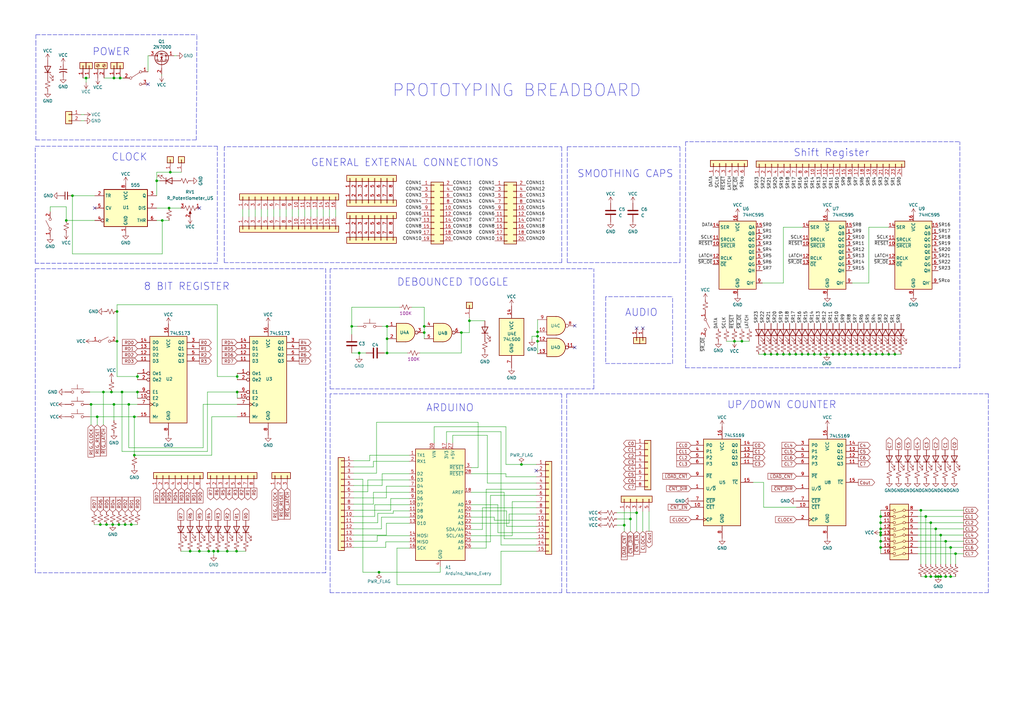
<source format=kicad_sch>
(kicad_sch (version 20211123) (generator eeschema)
  (paper "A3")
  (junction (at 331.47 145.288))
  (junction (at 97.282 154.432))
  (junction (at 147.32 144.78))
  (junction (at 37.338 165.862))
  (junction (at 220.472 137.922))
  (junction (at 158.75 133.858))
  (junction (at 341.63 145.288))
  (junction (at 56.388 154.432))
  (junction (at 389.89 236.474))
  (junction (at 323.85 145.288))
  (junction (at 39.878 170.942))
  (junction (at 389.89 224.536))
  (junction (at 379.73 211.836))
  (junction (at 43.688 215.138))
  (junction (at 220.472 136.144))
  (junction (at 349.25 145.288))
  (junction (at 381.762 236.474))
  (junction (at 144.272 133.858))
  (junction (at 361.188 218.44))
  (junction (at 55.118 170.942))
  (junction (at 55.118 186.69))
  (junction (at 189.23 136.398))
  (junction (at 387.858 221.996))
  (junction (at 364.49 145.288))
  (junction (at 385.826 236.474))
  (junction (at 367.03 145.288))
  (junction (at 158.75 138.938))
  (junction (at 354.33 145.288))
  (junction (at 361.188 216.916))
  (junction (at 87.63 226.06))
  (junction (at 27.178 90.424))
  (junction (at 77.978 226.06))
  (junction (at 383.794 216.916))
  (junction (at 381.762 214.376))
  (junction (at 46.736 32.004))
  (junction (at 351.79 145.288))
  (junction (at 261.112 210.312))
  (junction (at 334.01 145.288))
  (junction (at 56.388 160.782))
  (junction (at 336.55 145.288))
  (junction (at 42.418 160.782))
  (junction (at 52.832 165.862))
  (junction (at 158.75 144.78))
  (junction (at 81.788 226.06))
  (junction (at 48.006 139.954))
  (junction (at 85.598 226.06))
  (junction (at 97.282 160.782))
  (junction (at 377.698 209.296))
  (junction (at 46.228 215.138))
  (junction (at 313.69 145.288))
  (junction (at 64.262 74.168))
  (junction (at 49.276 32.004))
  (junction (at 361.188 224.536))
  (junction (at 304.292 139.954))
  (junction (at 69.85 70.612))
  (junction (at 321.31 145.288))
  (junction (at 328.93 145.288))
  (junction (at 41.148 215.138))
  (junction (at 383.794 236.474))
  (junction (at 93.218 226.06))
  (junction (at 385.826 219.456))
  (junction (at 339.09 145.288))
  (junction (at 361.188 221.996))
  (junction (at 361.188 211.836))
  (junction (at 213.868 190.5))
  (junction (at 344.17 145.288))
  (junction (at 45.72 160.782))
  (junction (at 316.23 145.288))
  (junction (at 89.408 226.06))
  (junction (at 53.848 215.138))
  (junction (at 66.548 90.424))
  (junction (at 35.306 32.004))
  (junction (at 51.308 215.138))
  (junction (at 258.572 212.852))
  (junction (at 48.006 127.762))
  (junction (at 69.342 85.344))
  (junction (at 318.77 145.288))
  (junction (at 361.188 219.456))
  (junction (at 346.71 145.288))
  (junction (at 173.99 136.398))
  (junction (at 256.032 215.392))
  (junction (at 301.244 139.954))
  (junction (at 379.73 236.474))
  (junction (at 155.448 234.696))
  (junction (at 50.038 160.782))
  (junction (at 220.472 139.954))
  (junction (at 29.718 80.264))
  (junction (at 192.532 131.572))
  (junction (at 387.858 236.474))
  (junction (at 326.39 145.288))
  (junction (at 359.41 145.288))
  (junction (at 97.028 226.06))
  (junction (at 391.922 227.076))
  (junction (at 46.736 165.862))
  (junction (at 356.87 145.288))
  (junction (at 361.95 145.288))
  (junction (at 173.99 133.858))
  (junction (at 48.768 215.138))
  (junction (at 384.81 236.474))
  (junction (at 361.188 214.376))
  (no_connect (at 38.862 85.344))
  (no_connect (at 81.788 85.344))
  (no_connect (at 261.112 134.62))
  (no_connect (at 263.652 134.62))
  (no_connect (at 60.706 34.544))
  (no_connect (at 235.712 142.494))
  (no_connect (at 235.712 133.604))
  (no_connect (at 219.964 193.04))
  (wire (pts (xy 60.706 22.86) (xy 61.214 22.86)))
  (wire (pts (xy 27.178 84.836) (xy 27.178 90.424)))
  (wire (pts (xy 51.308 215.138) (xy 53.848 215.138)))
  (polyline (pts (xy 188.722 110.236) (xy 243.586 110.236)))
  (polyline (pts (xy 14.478 107.95) (xy 14.478 59.944)))
  (polyline (pts (xy 405.384 243.078) (xy 232.41 243.078)))
  (wire (pts (xy 46.228 215.138) (xy 48.768 215.138)))
  (wire (pts (xy 311.15 145.288) (xy 313.69 145.288)))
  (wire (pts (xy 97.282 154.432) (xy 97.282 155.702)))
  (wire (pts (xy 150.876 196.85) (xy 150.876 201.676)))
  (wire (pts (xy 168.91 125.984) (xy 173.99 125.984)))
  (wire (pts (xy 39.878 170.942) (xy 55.118 170.942)))
  (wire (pts (xy 356.362 93.218) (xy 364.49 93.218)))
  (polyline (pts (xy 53.086 14.224) (xy 80.772 14.224)))
  (wire (pts (xy 220.472 131.064) (xy 220.472 136.144)))
  (wire (pts (xy 210.058 219.71) (xy 210.058 205.74)))
  (polyline (pts (xy 135.382 159.512) (xy 243.586 159.512)))
  (polyline (pts (xy 165.608 60.198) (xy 230.378 60.198)))
  (wire (pts (xy 199.39 200.66) (xy 219.964 200.66)))
  (polyline (pts (xy 232.664 107.696) (xy 278.892 107.696)))
  (polyline (pts (xy 165.608 60.198) (xy 91.948 60.198)))
  (wire (pts (xy 86.868 170.942) (xy 86.868 186.69)))
  (wire (pts (xy 42.418 160.782) (xy 45.72 160.782)))
  (wire (pts (xy 37.338 165.862) (xy 46.736 165.862)))
  (wire (pts (xy 162.814 239.776) (xy 205.486 239.776)))
  (wire (pts (xy 252.984 210.312) (xy 261.112 210.312)))
  (wire (pts (xy 377.698 236.474) (xy 379.73 236.474)))
  (wire (pts (xy 144.272 133.858) (xy 144.272 137.16)))
  (wire (pts (xy 161.29 209.55) (xy 167.894 209.55)))
  (wire (pts (xy 341.63 145.288) (xy 344.17 145.288)))
  (wire (pts (xy 364.49 145.288) (xy 367.03 145.288)))
  (wire (pts (xy 97.282 153.162) (xy 97.282 154.432)))
  (wire (pts (xy 145.034 188.976) (xy 151.638 188.976)))
  (wire (pts (xy 29.718 80.264) (xy 29.718 104.14)))
  (wire (pts (xy 35.306 33.782) (xy 35.306 32.004)))
  (wire (pts (xy 29.718 80.264) (xy 38.862 80.264)))
  (wire (pts (xy 156.718 199.136) (xy 156.718 194.31)))
  (wire (pts (xy 210.058 205.74) (xy 219.964 205.74)))
  (wire (pts (xy 145.034 194.056) (xy 154.432 194.056)))
  (wire (pts (xy 313.182 208.026) (xy 326.644 208.026)))
  (wire (pts (xy 36.83 160.782) (xy 42.418 160.782)))
  (wire (pts (xy 208.788 214.63) (xy 208.788 210.82)))
  (wire (pts (xy 321.31 116.078) (xy 321.31 93.218)))
  (wire (pts (xy 205.486 226.06) (xy 219.964 226.06)))
  (wire (pts (xy 124.968 88.9) (xy 124.968 85.852)))
  (wire (pts (xy 158.496 219.456) (xy 158.496 214.63)))
  (wire (pts (xy 46.736 165.862) (xy 52.832 165.862)))
  (wire (pts (xy 220.472 136.144) (xy 220.472 137.922)))
  (wire (pts (xy 153.162 189.23) (xy 153.162 191.516)))
  (wire (pts (xy 376.428 219.456) (xy 385.826 219.456)))
  (polyline (pts (xy 343.916 58.166) (xy 281.178 58.166)))
  (polyline (pts (xy 230.378 243.078) (xy 230.378 161.544)))
  (wire (pts (xy 334.01 145.288) (xy 336.55 145.288)))
  (wire (pts (xy 173.99 136.398) (xy 173.99 138.938)))
  (wire (pts (xy 50.038 160.782) (xy 56.388 160.782)))
  (wire (pts (xy 207.518 190.5) (xy 213.868 190.5)))
  (wire (pts (xy 41.148 215.138) (xy 43.688 215.138)))
  (wire (pts (xy 385.826 236.474) (xy 387.858 236.474)))
  (polyline (pts (xy 14.732 14.224) (xy 14.732 17.018)))
  (wire (pts (xy 144.272 133.858) (xy 146.558 133.858)))
  (polyline (pts (xy 14.478 234.95) (xy 14.478 110.236)))
  (wire (pts (xy 163.83 125.984) (xy 144.272 125.984)))
  (wire (pts (xy 172.212 144.78) (xy 189.23 144.78)))
  (wire (pts (xy 356.87 145.288) (xy 359.41 145.288)))
  (wire (pts (xy 158.496 214.63) (xy 167.894 214.63)))
  (wire (pts (xy 206.756 201.93) (xy 193.294 201.93)))
  (wire (pts (xy 87.63 227.584) (xy 87.63 226.06)))
  (wire (pts (xy 160.274 204.47) (xy 167.894 204.47)))
  (wire (pts (xy 48.006 124.968) (xy 48.006 127.762)))
  (wire (pts (xy 199.898 198.12) (xy 199.898 178.562)))
  (polyline (pts (xy 278.892 107.696) (xy 278.892 60.198)))
  (wire (pts (xy 361.188 214.376) (xy 361.188 216.916)))
  (wire (pts (xy 144.272 144.78) (xy 147.32 144.78)))
  (wire (pts (xy 39.878 170.942) (xy 39.878 174.244)))
  (wire (pts (xy 156.718 194.31) (xy 167.894 194.31)))
  (wire (pts (xy 83.312 165.862) (xy 83.312 183.642)))
  (wire (pts (xy 55.118 186.69) (xy 86.868 186.69)))
  (wire (pts (xy 356.362 116.078) (xy 356.362 93.218)))
  (wire (pts (xy 160.274 209.296) (xy 160.274 204.47)))
  (wire (pts (xy 158.242 224.536) (xy 158.242 222.25)))
  (wire (pts (xy 258.572 212.852) (xy 258.572 217.932)))
  (wire (pts (xy 154.94 210.566) (xy 161.29 210.566)))
  (wire (pts (xy 361.188 219.456) (xy 361.188 221.996)))
  (wire (pts (xy 52.832 183.642) (xy 52.832 165.862)))
  (wire (pts (xy 344.17 145.288) (xy 346.71 145.288)))
  (wire (pts (xy 33.274 49.53) (xy 34.544 49.53)))
  (wire (pts (xy 154.432 173.228) (xy 196.088 173.228)))
  (polyline (pts (xy 262.636 121.666) (xy 248.412 121.666)))
  (wire (pts (xy 387.858 221.996) (xy 387.858 231.394)))
  (wire (pts (xy 167.894 207.01) (xy 153.67 207.01)))
  (wire (pts (xy 127.508 88.9) (xy 127.508 85.852)))
  (wire (pts (xy 381.762 236.474) (xy 383.794 236.474)))
  (wire (pts (xy 66.548 104.14) (xy 29.718 104.14)))
  (wire (pts (xy 205.486 177.038) (xy 205.486 223.52)))
  (wire (pts (xy 206.756 220.98) (xy 206.756 201.93)))
  (wire (pts (xy 381.762 214.376) (xy 381.762 231.394)))
  (wire (pts (xy 85.598 226.06) (xy 81.788 226.06)))
  (wire (pts (xy 145.034 204.216) (xy 158.496 204.216)))
  (polyline (pts (xy 135.382 161.544) (xy 135.382 243.078)))
  (wire (pts (xy 189.23 136.398) (xy 192.532 136.398)))
  (wire (pts (xy 202.692 212.09) (xy 193.294 212.09)))
  (wire (pts (xy 69.85 70.612) (xy 64.262 70.612)))
  (wire (pts (xy 156.464 212.09) (xy 156.464 216.916)))
  (wire (pts (xy 207.518 175.006) (xy 207.518 190.5)))
  (wire (pts (xy 135.128 88.9) (xy 135.128 85.852)))
  (wire (pts (xy 153.162 201.93) (xy 153.162 206.756)))
  (wire (pts (xy 66.548 90.424) (xy 66.548 104.14)))
  (wire (pts (xy 20.574 84.836) (xy 20.574 86.868)))
  (polyline (pts (xy 53.086 14.224) (xy 14.732 14.224)))
  (wire (pts (xy 192.532 131.572) (xy 192.532 136.398)))
  (wire (pts (xy 361.188 218.44) (xy 361.188 219.456)))
  (wire (pts (xy 36.83 165.862) (xy 37.338 165.862)))
  (wire (pts (xy 148.844 196.596) (xy 145.034 196.596)))
  (wire (pts (xy 219.964 213.36) (xy 202.692 213.36)))
  (wire (pts (xy 261.112 209.804) (xy 261.112 210.312)))
  (polyline (pts (xy 230.378 107.696) (xy 230.378 60.198)))
  (wire (pts (xy 60.706 29.464) (xy 60.706 22.86)))
  (polyline (pts (xy 133.604 110.236) (xy 133.604 143.002)))
  (wire (pts (xy 64.262 74.168) (xy 64.262 80.264)))
  (polyline (pts (xy 91.948 107.696) (xy 230.378 107.696)))
  (wire (pts (xy 349.25 145.288) (xy 351.79 145.288)))
  (wire (pts (xy 43.688 215.138) (xy 46.228 215.138)))
  (wire (pts (xy 385.826 219.456) (xy 395.224 219.456)))
  (wire (pts (xy 167.894 189.23) (xy 153.162 189.23)))
  (polyline (pts (xy 232.41 161.544) (xy 405.384 161.544)))
  (wire (pts (xy 313.182 197.866) (xy 313.182 208.026)))
  (polyline (pts (xy 188.722 110.236) (xy 135.382 110.236)))
  (wire (pts (xy 387.858 236.474) (xy 389.89 236.474)))
  (wire (pts (xy 107.188 88.9) (xy 107.188 85.852)))
  (wire (pts (xy 219.964 218.44) (xy 204.216 218.44)))
  (wire (pts (xy 102.108 88.9) (xy 102.108 85.852)))
  (wire (pts (xy 158.496 204.216) (xy 158.496 199.39)))
  (wire (pts (xy 66.294 30.48) (xy 66.294 30.988)))
  (wire (pts (xy 147.32 144.78) (xy 150.114 144.78)))
  (wire (pts (xy 189.23 144.78) (xy 189.23 136.398)))
  (wire (pts (xy 89.408 226.06) (xy 93.218 226.06)))
  (wire (pts (xy 158.496 199.39) (xy 167.894 199.39)))
  (wire (pts (xy 381.762 214.376) (xy 395.224 214.376)))
  (wire (pts (xy 318.77 145.288) (xy 321.31 145.288)))
  (polyline (pts (xy 232.664 60.198) (xy 232.664 107.696)))
  (wire (pts (xy 167.894 219.71) (xy 154.686 219.71)))
  (wire (pts (xy 87.63 226.06) (xy 89.408 226.06)))
  (polyline (pts (xy 393.7 150.876) (xy 393.7 58.166)))
  (wire (pts (xy 81.788 226.06) (xy 77.978 226.06)))
  (wire (pts (xy 361.95 145.288) (xy 364.49 145.288)))
  (wire (pts (xy 252.984 212.852) (xy 258.572 212.852)))
  (wire (pts (xy 154.94 214.376) (xy 154.94 210.566)))
  (wire (pts (xy 49.276 32.004) (xy 50.546 32.004)))
  (wire (pts (xy 122.428 88.9) (xy 122.428 85.852)))
  (wire (pts (xy 252.984 215.392) (xy 256.032 215.392)))
  (polyline (pts (xy 133.604 143.002) (xy 133.604 234.95)))
  (wire (pts (xy 312.674 116.078) (xy 321.31 116.078)))
  (wire (pts (xy 207.518 194.31) (xy 207.518 195.58)))
  (wire (pts (xy 218.186 137.922) (xy 218.186 139.192)))
  (polyline (pts (xy 14.732 57.404) (xy 80.518 57.404)))
  (wire (pts (xy 109.728 88.9) (xy 109.728 85.852)))
  (wire (pts (xy 137.668 88.9) (xy 137.668 85.852)))
  (wire (pts (xy 204.216 218.44) (xy 204.216 207.01)))
  (wire (pts (xy 56.388 160.782) (xy 56.388 163.322)))
  (wire (pts (xy 376.428 221.996) (xy 387.858 221.996)))
  (wire (pts (xy 376.428 211.836) (xy 379.73 211.836)))
  (polyline (pts (xy 232.664 60.198) (xy 278.892 60.198)))
  (wire (pts (xy 361.188 224.536) (xy 361.188 227.076)))
  (wire (pts (xy 376.428 224.536) (xy 389.89 224.536)))
  (wire (pts (xy 42.418 160.782) (xy 42.418 174.244)))
  (wire (pts (xy 308.864 197.866) (xy 313.182 197.866)))
  (wire (pts (xy 377.698 209.296) (xy 377.698 231.394)))
  (polyline (pts (xy 188.722 161.544) (xy 135.382 161.544)))
  (polyline (pts (xy 232.41 161.544) (xy 232.41 243.078)))
  (wire (pts (xy 144.272 125.984) (xy 144.272 133.858)))
  (polyline (pts (xy 14.478 59.944) (xy 51.308 59.944)))
  (wire (pts (xy 207.772 215.9) (xy 219.964 215.9)))
  (wire (pts (xy 199.39 224.79) (xy 199.39 200.66)))
  (wire (pts (xy 379.73 236.474) (xy 381.762 236.474)))
  (wire (pts (xy 56.388 154.432) (xy 56.388 155.702)))
  (wire (pts (xy 205.486 223.52) (xy 219.964 223.52)))
  (polyline (pts (xy 281.178 58.166) (xy 281.178 150.876)))
  (wire (pts (xy 145.034 209.296) (xy 160.274 209.296)))
  (wire (pts (xy 69.342 85.344) (xy 74.168 85.344)))
  (wire (pts (xy 361.188 211.836) (xy 361.188 214.376)))
  (wire (pts (xy 361.188 221.996) (xy 361.188 224.536)))
  (wire (pts (xy 33.274 46.99) (xy 34.544 46.99)))
  (wire (pts (xy 45.72 160.782) (xy 50.038 160.782)))
  (wire (pts (xy 256.032 209.804) (xy 256.032 215.392)))
  (polyline (pts (xy 262.382 121.666) (xy 275.844 121.666)))
  (wire (pts (xy 158.75 133.858) (xy 158.75 138.938)))
  (wire (pts (xy 148.844 234.696) (xy 148.844 196.596)))
  (wire (pts (xy 213.868 190.5) (xy 219.964 190.5)))
  (wire (pts (xy 321.31 93.218) (xy 329.184 93.218)))
  (wire (pts (xy 83.312 165.862) (xy 97.282 165.862)))
  (wire (pts (xy 261.112 210.312) (xy 261.112 217.932)))
  (wire (pts (xy 48.006 139.954) (xy 48.006 154.432)))
  (wire (pts (xy 99.568 88.9) (xy 99.568 85.852)))
  (wire (pts (xy 379.73 231.394) (xy 379.73 211.836)))
  (wire (pts (xy 178.054 175.006) (xy 178.054 181.61)))
  (wire (pts (xy 219.964 208.28) (xy 197.866 208.28)))
  (wire (pts (xy 193.294 219.71) (xy 210.058 219.71)))
  (wire (pts (xy 46.736 32.004) (xy 49.276 32.004)))
  (wire (pts (xy 74.422 70.612) (xy 69.85 70.612)))
  (wire (pts (xy 196.088 191.77) (xy 193.294 191.77)))
  (wire (pts (xy 197.866 217.17) (xy 193.294 217.17)))
  (wire (pts (xy 66.548 90.424) (xy 69.342 90.424)))
  (wire (pts (xy 384.81 236.474) (xy 385.826 236.474)))
  (wire (pts (xy 377.698 209.296) (xy 395.224 209.296)))
  (wire (pts (xy 167.894 201.93) (xy 153.162 201.93)))
  (wire (pts (xy 85.09 185.166) (xy 85.09 160.782)))
  (wire (pts (xy 56.388 153.162) (xy 56.388 154.432)))
  (wire (pts (xy 183.134 177.038) (xy 205.486 177.038)))
  (wire (pts (xy 48.006 154.432) (xy 56.388 154.432)))
  (wire (pts (xy 150.876 201.676) (xy 145.034 201.676)))
  (wire (pts (xy 197.866 208.28) (xy 197.866 217.17)))
  (wire (pts (xy 201.168 222.25) (xy 193.294 222.25)))
  (wire (pts (xy 205.486 239.776) (xy 205.486 226.06)))
  (wire (pts (xy 64.262 74.168) (xy 65.532 74.168)))
  (wire (pts (xy 193.294 194.31) (xy 207.518 194.31)))
  (polyline (pts (xy 243.586 159.512) (xy 243.586 110.236)))
  (wire (pts (xy 383.794 216.916) (xy 383.794 231.394)))
  (wire (pts (xy 162.814 224.79) (xy 162.814 239.776)))
  (polyline (pts (xy 91.948 60.198) (xy 91.948 107.696)))
  (polyline (pts (xy 405.384 161.544) (xy 405.384 243.078)))
  (wire (pts (xy 167.894 196.85) (xy 150.876 196.85)))
  (wire (pts (xy 263.652 209.804) (xy 263.652 217.932)))
  (wire (pts (xy 297.942 139.954) (xy 301.244 139.954)))
  (wire (pts (xy 361.188 216.916) (xy 361.188 218.44)))
  (polyline (pts (xy 80.518 57.404) (xy 80.772 14.224)))
  (wire (pts (xy 117.348 88.9) (xy 117.348 85.852)))
  (wire (pts (xy 37.338 165.862) (xy 37.338 174.244)))
  (wire (pts (xy 64.262 90.424) (xy 66.548 90.424)))
  (wire (pts (xy 219.964 220.98) (xy 206.756 220.98)))
  (polyline (pts (xy 248.412 121.666) (xy 248.412 149.098)))
  (wire (pts (xy 145.034 199.136) (xy 156.718 199.136)))
  (wire (pts (xy 77.978 226.06) (xy 74.168 226.06)))
  (wire (pts (xy 38.862 90.424) (xy 27.178 90.424)))
  (wire (pts (xy 158.75 144.78) (xy 167.132 144.78)))
  (wire (pts (xy 258.572 209.804) (xy 258.572 212.852)))
  (wire (pts (xy 326.39 145.288) (xy 328.93 145.288)))
  (wire (pts (xy 145.034 224.536) (xy 158.242 224.536)))
  (wire (pts (xy 376.428 214.376) (xy 381.762 214.376)))
  (wire (pts (xy 219.964 203.2) (xy 201.168 203.2)))
  (wire (pts (xy 167.894 212.09) (xy 156.464 212.09)))
  (wire (pts (xy 313.69 145.288) (xy 316.23 145.288)))
  (wire (pts (xy 383.794 236.474) (xy 384.81 236.474)))
  (wire (pts (xy 336.55 145.288) (xy 339.09 145.288)))
  (wire (pts (xy 173.99 125.984) (xy 173.99 133.858)))
  (wire (pts (xy 185.674 178.562) (xy 185.674 181.61)))
  (wire (pts (xy 316.23 145.288) (xy 318.77 145.288)))
  (wire (pts (xy 71.374 22.86) (xy 72.39 22.86)))
  (wire (pts (xy 48.768 215.138) (xy 51.308 215.138)))
  (wire (pts (xy 389.89 224.536) (xy 395.224 224.536)))
  (wire (pts (xy 379.73 211.836) (xy 395.224 211.836)))
  (polyline (pts (xy 135.382 110.236) (xy 135.382 159.512)))
  (wire (pts (xy 346.71 145.288) (xy 349.25 145.288)))
  (wire (pts (xy 114.808 88.9) (xy 114.808 85.852)))
  (wire (pts (xy 153.67 211.836) (xy 145.034 211.836)))
  (polyline (pts (xy 14.478 110.236) (xy 133.604 110.236)))
  (wire (pts (xy 180.594 234.696) (xy 155.448 234.696)))
  (wire (pts (xy 154.432 194.056) (xy 154.432 173.228)))
  (polyline (pts (xy 343.662 58.166) (xy 393.7 58.166)))
  (wire (pts (xy 154.686 219.71) (xy 154.686 221.996)))
  (wire (pts (xy 202.692 213.36) (xy 202.692 212.09)))
  (wire (pts (xy 196.088 173.228) (xy 196.088 191.77)))
  (wire (pts (xy 321.31 145.288) (xy 323.85 145.288)))
  (polyline (pts (xy 135.382 243.078) (xy 230.378 243.078)))
  (polyline (pts (xy 14.732 17.018) (xy 14.732 57.404)))
  (wire (pts (xy 323.85 145.288) (xy 326.39 145.288)))
  (wire (pts (xy 48.006 127.762) (xy 48.006 139.954)))
  (polyline (pts (xy 133.604 234.95) (xy 14.478 234.95)))
  (wire (pts (xy 119.888 88.9) (xy 119.888 85.852)))
  (wire (pts (xy 207.518 195.58) (xy 219.964 195.58)))
  (wire (pts (xy 153.162 191.516) (xy 145.034 191.516)))
  (wire (pts (xy 361.188 209.296) (xy 361.188 211.836)))
  (polyline (pts (xy 89.154 59.944) (xy 89.154 107.95)))
  (wire (pts (xy 359.41 145.288) (xy 361.95 145.288)))
  (wire (pts (xy 97.282 160.782) (xy 97.282 163.322)))
  (wire (pts (xy 145.034 214.376) (xy 154.94 214.376)))
  (wire (pts (xy 147.32 144.78) (xy 147.32 146.05)))
  (wire (pts (xy 376.428 227.076) (xy 391.922 227.076)))
  (wire (pts (xy 34.036 32.004) (xy 35.306 32.004)))
  (wire (pts (xy 349.504 116.078) (xy 356.362 116.078)))
  (wire (pts (xy 153.162 206.756) (xy 145.034 206.756)))
  (wire (pts (xy 104.648 88.9) (xy 104.648 85.852)))
  (wire (pts (xy 53.848 215.138) (xy 56.388 215.138)))
  (wire (pts (xy 193.294 209.55) (xy 207.772 209.55)))
  (wire (pts (xy 192.532 131.572) (xy 198.882 131.572)))
  (wire (pts (xy 199.898 178.562) (xy 185.674 178.562)))
  (wire (pts (xy 207.772 209.55) (xy 207.772 215.9)))
  (wire (pts (xy 158.75 144.78) (xy 157.734 144.78)))
  (wire (pts (xy 385.826 219.456) (xy 385.826 231.394)))
  (wire (pts (xy 145.034 219.456) (xy 158.496 219.456)))
  (wire (pts (xy 389.89 236.474) (xy 391.922 236.474)))
  (wire (pts (xy 50.038 185.166) (xy 85.09 185.166)))
  (wire (pts (xy 151.638 188.976) (xy 151.638 186.69)))
  (wire (pts (xy 161.29 210.566) (xy 161.29 209.55)))
  (wire (pts (xy 83.312 183.642) (xy 52.832 183.642)))
  (wire (pts (xy 201.168 203.2) (xy 201.168 222.25)))
  (wire (pts (xy 391.922 227.076) (xy 395.224 227.076)))
  (wire (pts (xy 158.75 138.938) (xy 158.75 144.78)))
  (wire (pts (xy 55.118 170.942) (xy 55.118 186.69)))
  (wire (pts (xy 391.922 227.076) (xy 391.922 231.394)))
  (wire (pts (xy 158.242 222.25) (xy 167.894 222.25)))
  (wire (pts (xy 93.218 226.06) (xy 97.028 226.06)))
  (wire (pts (xy 64.262 85.344) (xy 69.342 85.344)))
  (wire (pts (xy 50.038 160.782) (xy 50.038 185.166)))
  (wire (pts (xy 156.718 133.858) (xy 158.75 133.858)))
  (wire (pts (xy 52.832 165.862) (xy 56.388 165.862)))
  (wire (pts (xy 351.79 145.288) (xy 354.33 145.288)))
  (wire (pts (xy 97.028 226.06) (xy 100.838 226.06)))
  (wire (pts (xy 367.03 145.288) (xy 369.57 145.288)))
  (polyline (pts (xy 281.178 150.876) (xy 393.7 150.876)))
  (wire (pts (xy 55.118 170.942) (xy 56.388 170.942)))
  (wire (pts (xy 178.054 175.006) (xy 207.518 175.006)))
  (wire (pts (xy 64.262 70.612) (xy 64.262 74.168)))
  (wire (pts (xy 331.47 145.288) (xy 334.01 145.288)))
  (wire (pts (xy 192.532 130.302) (xy 192.532 131.572)))
  (polyline (pts (xy 248.412 149.098) (xy 275.844 149.098)))
  (wire (pts (xy 204.216 207.01) (xy 193.294 207.01)))
  (wire (pts (xy 301.244 139.954) (xy 304.292 139.954)))
  (wire (pts (xy 89.154 154.432) (xy 97.282 154.432)))
  (wire (pts (xy 220.472 137.922) (xy 218.186 137.922)))
  (wire (pts (xy 86.868 170.942) (xy 97.282 170.942)))
  (wire (pts (xy 27.178 84.836) (xy 20.574 84.836)))
  (wire (pts (xy 38.608 215.138) (xy 41.148 215.138)))
  (wire (pts (xy 132.588 88.9) (xy 132.588 85.852)))
  (wire (pts (xy 130.048 88.9) (xy 130.048 85.852)))
  (wire (pts (xy 173.99 133.858) (xy 173.99 136.398)))
  (wire (pts (xy 85.09 160.782) (xy 97.282 160.782)))
  (wire (pts (xy 208.788 210.82) (xy 219.964 210.82)))
  (wire (pts (xy 167.894 224.79) (xy 162.814 224.79)))
  (wire (pts (xy 87.63 226.06) (xy 85.598 226.06)))
  (wire (pts (xy 180.594 232.41) (xy 180.594 234.696)))
  (wire (pts (xy 256.032 215.392) (xy 256.032 217.932)))
  (wire (pts (xy 339.09 145.288) (xy 341.63 145.288)))
  (polyline (pts (xy 51.054 59.944) (xy 89.154 59.944)))
  (wire (pts (xy 183.134 181.61) (xy 183.134 177.038)))
  (polyline (pts (xy 89.154 107.95) (xy 14.478 107.95)))
  (wire (pts (xy 153.67 207.01) (xy 153.67 211.836)))
  (polyline (pts (xy 188.468 161.544) (xy 230.378 161.544)))
  (wire (pts (xy 193.294 214.63) (xy 208.788 214.63)))
  (wire (pts (xy 36.83 170.942) (xy 39.878 170.942)))
  (wire (pts (xy 151.638 186.69) (xy 167.894 186.69)))
  (wire (pts (xy 328.93 145.288) (xy 331.47 145.288)))
  (wire (pts (xy 376.428 209.296) (xy 377.698 209.296)))
  (wire (pts (xy 156.464 216.916) (xy 145.034 216.916)))
  (polyline (pts (xy 275.844 149.098) (xy 275.844 121.666)))
  (wire (pts (xy 266.192 209.804) (xy 266.192 217.932)))
  (wire (pts (xy 354.33 145.288) (xy 356.87 145.288)))
  (wire (pts (xy 42.672 32.004) (xy 46.736 32.004)))
  (wire (pts (xy 304.292 139.954) (xy 307.34 139.954)))
  (wire (pts (xy 193.294 224.79) (xy 199.39 224.79)))
  (wire (pts (xy 89.154 124.968) (xy 48.006 124.968)))
  (wire (pts (xy 219.964 198.12) (xy 199.898 198.12)))
  (wire (pts (xy 376.428 216.916) (xy 383.794 216.916)))
  (wire (pts (xy 220.472 139.954) (xy 220.472 145.034)))
  (wire (pts (xy 389.89 224.536) (xy 389.89 231.394)))
  (wire (pts (xy 155.448 234.696) (xy 148.844 234.696)))
  (wire (pts (xy 46.736 172.466) (xy 46.736 165.862)))
  (wire (pts (xy 112.268 88.9) (xy 112.268 85.852)))
  (wire (pts (xy 383.794 216.916) (xy 395.224 216.916)))
  (wire (pts (xy 220.472 137.922) (xy 220.472 139.954)))
  (wire (pts (xy 35.306 32.004) (xy 36.576 32.004)))
  (wire (pts (xy 387.858 221.996) (xy 395.224 221.996)))
  (wire (pts (xy 154.686 221.996) (xy 145.034 221.996)))
  (wire (pts (xy 89.154 154.432) (xy 89.154 124.968)))
  (text "CLOCK" (at 45.72 66.294 0) (effects (font (size 3 3)) (justify left bottom)))
  (text "Shift Register" (at 356.616 64.516 180) (effects (font (size 3 3)) (justify right bottom)))
  (text "GENERAL EXTERNAL CONNECTIONS" (at 127.508 68.58 0) (effects (font (size 3 3)) (justify left bottom)))
  (text "PROTOTYPING BREADBOARD" (at 160.782 40.132 0) (effects (font (size 5 5)) (justify left bottom)))
  (text "DEBOUNCED TOGGLE" (at 162.814 117.602 0) (effects (font (size 3 3)) (justify left bottom)))
  (text "ARDUINO" (at 174.752 169.164 0) (effects (font (size 3 3)) (justify left bottom)))
  (text "UP/DOWN COUNTER" (at 298.196 167.894 0) (effects (font (size 3 3)) (justify left bottom)))
  (text "AUDIO" (at 256.286 130.048 0) (effects (font (size 3 3)) (justify left bottom)))
  (text "SMOOTHING CAPS" (at 236.728 73.152 0) (effects (font (size 3 3)) (justify left bottom)))
  (text "POWER" (at 37.846 23.114 0) (effects (font (size 3 3)) (justify left bottom)))
  (text "8 BIT REGISTER" (at 58.928 119.38 0) (effects (font (size 3 3)) (justify left bottom)))
  (label "SR2" (at 364.744 72.39 270))
  (label "CONN6" (at 172.974 88.646 180))
  (label "CONN9" (at 172.974 96.266 180))
  (label "SR21" (at 384.81 105.918 0))
  (label "SR21" (at 316.23 132.588 90))
  (label "SR0" (at 312.674 93.218 0))
  (label "SR14" (at 349.504 108.458 0))
  (label "CONN1" (at 172.974 75.946 180))
  (label "CONN4" (at 202.946 83.566 180))
  (label "SR13" (at 336.804 72.39 270))
  (label "CONN12" (at 215.646 78.486 0))
  (label "SR4" (at 312.674 103.378 0))
  (label "CONN2" (at 202.946 78.486 180))
  (label "CONN2" (at 172.974 78.486 180))
  (label "CONN11" (at 185.674 75.946 0))
  (label "CONN1" (at 202.946 75.946 180))
  (label "SR6" (at 354.584 72.39 270))
  (label "SR3" (at 312.674 100.838 0))
  (label "SRco" (at 384.81 116.078 0))
  (label "SR13" (at 349.504 105.918 0))
  (label "CONN7" (at 172.974 91.186 180))
  (label "CONN5" (at 202.946 86.106 180))
  (label "SR17" (at 384.81 95.758 0))
  (label "SR15" (at 331.47 132.588 90))
  (label "SR4" (at 359.664 72.39 270))
  (label "CONN19" (at 185.674 96.266 0))
  (label "SR15" (at 331.724 72.39 270))
  (label "SR8" (at 349.504 93.218 0))
  (label "LATCH" (at 329.184 105.918 180))
  (label "SR0" (at 369.824 72.39 270))
  (label "SR2" (at 364.49 132.588 90))
  (label "CONN18" (at 215.646 93.726 0))
  (label "SR3" (at 361.95 132.588 90))
  (label "CONN19" (at 215.646 96.266 0))
  (label "SR3" (at 362.204 72.39 270))
  (label "SR15" (at 349.504 110.998 0))
  (label "CONN20" (at 185.674 98.806 0))
  (label "SR17" (at 326.644 72.39 270))
  (label "CONN14" (at 185.674 83.566 0))
  (label "SR20" (at 384.81 103.378 0))
  (label "SR1" (at 367.284 72.39 270))
  (label "SR18" (at 323.85 132.588 90))
  (label "SR18" (at 324.104 72.39 270))
  (label "SCLK" (at 295.148 72.136 270))
  (label "SR1" (at 312.674 95.758 0))
  (label "SR23" (at 311.404 72.39 270))
  (label "SR6" (at 312.674 108.458 0))
  (label "SR19" (at 321.31 132.588 90))
  (label "CONN15" (at 215.646 86.106 0))
  (label "SR12" (at 339.09 132.588 90))
  (label "SR17" (at 326.39 132.588 90))
  (label "CONN13" (at 215.646 81.026 0))
  (label "SR10" (at 344.424 72.39 270))
  (label "~{SR_OE}" (at 292.354 108.458 180))
  (label "CONN11" (at 215.646 75.946 0))
  (label "SR16" (at 329.184 72.39 270))
  (label "LATCH" (at 364.49 105.918 180))
  (label "~{RESET}" (at 329.184 100.838 180))
  (label "CONN9" (at 202.946 96.266 180))
  (label "SR12" (at 339.344 72.39 270))
  (label "LATCH" (at 307.34 134.874 90))
  (label "SCLK" (at 292.354 98.298 180))
  (label "SR23" (at 311.15 132.588 90))
  (label "CONN6" (at 202.946 88.646 180))
  (label "SR0" (at 369.57 132.588 90))
  (label "DATA" (at 294.64 134.874 90))
  (label "SR5" (at 356.87 132.588 90))
  (label "SCLK" (at 297.942 134.874 90))
  (label "SR13" (at 336.55 132.588 90))
  (label "CONN13" (at 185.674 81.026 0))
  (label "CONN10" (at 202.946 98.806 180))
  (label "CONN16" (at 215.646 88.646 0))
  (label "CONN3" (at 172.974 81.026 180))
  (label "CONN10" (at 172.974 98.806 180))
  (label "SR9" (at 346.71 132.588 90))
  (label "SR6" (at 354.33 132.588 90))
  (label "DATA" (at 292.608 72.136 270))
  (label "SR5" (at 312.674 105.918 0))
  (label "SR11" (at 341.63 132.588 90))
  (label "SR14" (at 334.01 132.588 90))
  (label "~{SR_OE}" (at 329.184 108.458 180))
  (label "CONN12" (at 185.674 78.486 0))
  (label "CONN3" (at 202.946 81.026 180))
  (label "SR20" (at 319.024 72.39 270))
  (label "SR11" (at 349.504 100.838 0))
  (label "SRco" (at 305.308 72.136 270))
  (label "SR5" (at 357.124 72.39 270))
  (label "SR1" (at 367.03 132.588 90))
  (label "~{RESET}" (at 297.688 72.136 270))
  (label "LATCH" (at 300.228 72.136 270))
  (label "SR22" (at 313.944 72.39 270))
  (label "SR7" (at 352.044 72.39 270))
  (label "CONN17" (at 185.674 91.186 0))
  (label "CONN4" (at 172.974 83.566 180))
  (label "SR21" (at 316.484 72.39 270))
  (label "SR16" (at 384.81 93.218 0))
  (label "SR8" (at 349.504 72.39 270))
  (label "SR9" (at 349.504 95.758 0))
  (label "SR22" (at 313.69 132.588 90))
  (label "CONN7" (at 202.946 91.186 180))
  (label "CONN5" (at 172.974 86.106 180))
  (label "SR8" (at 349.25 132.588 90))
  (label "CONN8" (at 202.946 93.726 180))
  (label "CONN17" (at 215.646 91.186 0))
  (label "SR7" (at 312.674 110.998 0))
  (label "SR10" (at 349.504 98.298 0))
  (label "CONN20" (at 215.646 98.806 0))
  (label "SR22" (at 384.81 108.458 0))
  (label "SR18" (at 384.81 98.298 0))
  (label "SR14" (at 334.264 72.39 270))
  (label "SR7" (at 351.79 132.588 90))
  (label "SR20" (at 318.77 132.588 90))
  (label "~{SR_OE}" (at 302.768 72.136 270))
  (label "CONN16" (at 185.674 88.646 0))
  (label "SR19" (at 321.564 72.39 270))
  (label "SR10" (at 344.17 132.588 90))
  (label "~{RESET}" (at 292.354 100.838 180))
  (label "CONN14" (at 215.646 83.566 0))
  (label "~{SR_OE}" (at 364.49 108.458 180))
  (label "DATA" (at 292.354 93.218 180))
  (label "CONN18" (at 185.674 93.726 0))
  (label "~{SR_OE}" (at 304.292 134.874 90))
  (label "~{SR_OE}" (at 289.306 138.176 270))
  (label "SR4" (at 359.41 132.588 90))
  (label "SR16" (at 328.93 132.588 90))
  (label "SR23" (at 384.81 110.998 0))
  (label "SR11" (at 341.884 72.39 270))
  (label "SR2" (at 312.674 98.298 0))
  (label "~{RESET}" (at 364.49 100.838 180))
  (label "SR9" (at 346.964 72.39 270))
  (label "SR12" (at 349.504 103.378 0))
  (label "CONN15" (at 185.674 86.106 0))
  (label "LATCH" (at 292.354 105.918 180))
  (label "CONN8" (at 172.974 93.726 180))
  (label "~{RESET}" (at 301.244 134.874 90))
  (label "SCLK" (at 364.49 98.298 180))
  (label "SR19" (at 384.81 100.838 0))
  (label "SCLK" (at 329.184 98.298 180))
  (global_label "R7" (shape output) (at 86.36 200.152 270) (property "Intersheet References" "${INTERSHEET_REFS}" (effects hide)))
  (global_label "REG_RESET" (shape input) (at 39.878 174.244 270) (property "Intersheet References" "${INTERSHEET_REFS}" (effects hide)))
  (global_label "RD7" (shape input) (at 64.262 200.152 270) (property "Intersheet References" "${INTERSHEET_REFS}" (effects hide)))
  (global_label "CL6" (shape input) (at 326.644 187.706 180) (property "Intersheet References" "${INTERSHEET_REFS}" (effects hide)))
  (global_label "RD1" (shape input) (at 79.502 200.152 270) (property "Intersheet References" "${INTERSHEET_REFS}" (effects hide)))
  (global_label "~{CNT_DIR}" (shape input) (at 283.464 200.406 180) (property "Intersheet References" "${INTERSHEET_REFS}" (effects hide)))
  (global_label "C5" (shape output) (at 352.044 185.166 0) (property "Intersheet References" "${INTERSHEET_REFS}" (effects hide)))
  (global_label "C0" (shape output) (at 308.864 182.626 0) (property "Intersheet References" "${INTERSHEET_REFS}" (effects hide)))
  (global_label "CL0" (shape output) (at 395.224 209.296 0) (property "Intersheet References" "${INTERSHEET_REFS}" (effects hide)))
  (global_label "CL5" (shape output) (at 395.224 221.996 0) (property "Intersheet References" "${INTERSHEET_REFS}" (effects hide)))
  (global_label "Cout" (shape output) (at 266.192 217.932 270) (property "Intersheet References" "${INTERSHEET_REFS}" (effects hide)))
  (global_label "R1" (shape output) (at 81.788 143.002 0) (property "Intersheet References" "${INTERSHEET_REFS}" (effects hide)))
  (global_label "C7" (shape output) (at 364.744 184.404 90) (property "Intersheet References" "${INTERSHEET_REFS}" (effects hide)))
  (global_label "CL3" (shape input) (at 283.464 190.246 180) (property "Intersheet References" "${INTERSHEET_REFS}" (effects hide)))
  (global_label "R0" (shape output) (at 81.788 140.462 0) (property "Intersheet References" "${INTERSHEET_REFS}" (effects hide)))
  (global_label "RD7" (shape input) (at 97.282 148.082 180) (property "Intersheet References" "${INTERSHEET_REFS}" (effects hide)))
  (global_label "CL5" (shape input) (at 326.644 185.166 180) (property "Intersheet References" "${INTERSHEET_REFS}" (effects hide)))
  (global_label "~{CNT_DIR}" (shape input) (at 258.572 217.932 270) (property "Intersheet References" "${INTERSHEET_REFS}" (effects hide)))
  (global_label "R7" (shape output) (at 74.168 213.36 90) (property "Intersheet References" "${INTERSHEET_REFS}" (effects hide)))
  (global_label "RD0" (shape input) (at 56.388 210.058 90) (property "Intersheet References" "${INTERSHEET_REFS}" (effects hide)))
  (global_label "R2" (shape output) (at 99.06 200.152 270) (property "Intersheet References" "${INTERSHEET_REFS}" (effects hide)))
  (global_label "RD0" (shape input) (at 56.388 140.462 180) (property "Intersheet References" "${INTERSHEET_REFS}" (effects hide)))
  (global_label "~{LOAD_CNT}" (shape input) (at 256.032 217.932 270) (property "Intersheet References" "${INTERSHEET_REFS}" (effects hide)))
  (global_label "C0" (shape output) (at 260.604 181.864 180) (property "Intersheet References" "${INTERSHEET_REFS}" (effects hide)))
  (global_label "C3" (shape output) (at 308.864 190.246 0) (property "Intersheet References" "${INTERSHEET_REFS}" (effects hide)))
  (global_label "RD6" (shape input) (at 97.282 145.542 180) (property "Intersheet References" "${INTERSHEET_REFS}" (effects hide)))
  (global_label "CLOCK" (shape input) (at 326.644 213.106 180) (property "Intersheet References" "${INTERSHEET_REFS}" (effects hide)))
  (global_label "CL7" (shape input) (at 326.644 190.246 180) (property "Intersheet References" "${INTERSHEET_REFS}" (effects hide)))
  (global_label "CL4" (shape input) (at 326.644 182.626 180) (property "Intersheet References" "${INTERSHEET_REFS}" (effects hide)))
  (global_label "C4" (shape output) (at 352.044 182.626 0) (property "Intersheet References" "${INTERSHEET_REFS}" (effects hide)))
  (global_label "C3" (shape output) (at 379.984 184.404 90) (property "Intersheet References" "${INTERSHEET_REFS}" (effects hide)))
  (global_label "R7" (shape output) (at 122.682 148.082 0) (property "Intersheet References" "${INTERSHEET_REFS}" (effects hide)))
  (global_label "R6" (shape output) (at 77.978 213.36 90) (property "Intersheet References" "${INTERSHEET_REFS}" (effects hide)))
  (global_label "RD2" (shape input) (at 51.308 210.058 90) (property "Intersheet References" "${INTERSHEET_REFS}" (effects hide)))
  (global_label "REG_CLOCK" (shape input) (at 112.776 200.152 270) (property "Intersheet References" "${INTERSHEET_REFS}" (effects hide)))
  (global_label "RD2" (shape input) (at 56.388 145.542 180) (property "Intersheet References" "${INTERSHEET_REFS}" (effects hide)))
  (global_label "R5" (shape output) (at 91.44 200.152 270) (property "Intersheet References" "${INTERSHEET_REFS}" (effects hide)))
  (global_label "CL2" (shape output) (at 395.224 214.376 0) (property "Intersheet References" "${INTERSHEET_REFS}" (effects hide)))
  (global_label "RD4" (shape input) (at 46.228 210.058 90) (property "Intersheet References" "${INTERSHEET_REFS}" (effects hide)))
  (global_label "R6" (shape output) (at 88.9 200.152 270) (property "Intersheet References" "${INTERSHEET_REFS}" (effects hide)))
  (global_label "C2" (shape output) (at 383.794 184.404 90) (property "Intersheet References" "${INTERSHEET_REFS}" (effects hide)))
  (global_label "CL0" (shape input) (at 283.464 182.626 180) (property "Intersheet References" "${INTERSHEET_REFS}" (effects hide)))
  (global_label "RD4" (shape input) (at 97.282 140.462 180) (property "Intersheet References" "${INTERSHEET_REFS}" (effects hide)))
  (global_label "C4" (shape output) (at 260.604 192.024 180) (property "Intersheet References" "${INTERSHEET_REFS}" (effects hide)))
  (global_label "C1" (shape output) (at 387.604 184.404 90) (property "Intersheet References" "${INTERSHEET_REFS}" (effects hide)))
  (global_label "C5" (shape output) (at 260.604 194.564 180) (property "Intersheet References" "${INTERSHEET_REFS}" (effects hide)))
  (global_label "C1" (shape output) (at 308.864 185.166 0) (property "Intersheet References" "${INTERSHEET_REFS}" (effects hide)))
  (global_label "RD5" (shape input) (at 43.688 210.058 90) (property "Intersheet References" "${INTERSHEET_REFS}" (effects hide)))
  (global_label "R1" (shape output) (at 101.6 200.152 270) (property "Intersheet References" "${INTERSHEET_REFS}" (effects hide)))
  (global_label "RD6" (shape input) (at 66.802 200.152 270) (property "Intersheet References" "${INTERSHEET_REFS}" (effects hide)))
  (global_label "CL1" (shape output) (at 395.224 211.836 0) (property "Intersheet References" "${INTERSHEET_REFS}" (effects hide)))
  (global_label "R0" (shape output) (at 100.838 213.36 90) (property "Intersheet References" "${INTERSHEET_REFS}" (effects hide)))
  (global_label "R4" (shape output) (at 85.598 213.36 90) (property "Intersheet References" "${INTERSHEET_REFS}" (effects hide)))
  (global_label "CLOCK" (shape input) (at 263.652 217.932 270) (property "Intersheet References" "${INTERSHEET_REFS}" (effects hide)))
  (global_label "R4" (shape output) (at 93.98 200.152 270) (property "Intersheet References" "${INTERSHEET_REFS}" (effects hide)))
  (global_label "~{CNT_DIR}" (shape input) (at 326.644 200.406 180) (property "Intersheet References" "${INTERSHEET_REFS}" (effects hide)))
  (global_label "C6" (shape output) (at 352.044 187.706 0) (property "Intersheet References" "${INTERSHEET_REFS}" (effects hide)))
  (global_label "~{REG_LATCH}" (shape input) (at 117.856 200.152 270) (property "Intersheet References" "${INTERSHEET_REFS}" (effects hide)))
  (global_label "R3" (shape output) (at 89.408 213.36 90) (property "Intersheet References" "${INTERSHEET_REFS}" (effects hide)))
  (global_label "RD1" (shape input) (at 56.388 143.002 180) (property "Intersheet References" "${INTERSHEET_REFS}" (effects hide)))
  (global_label "C5" (shape output) (at 372.364 184.404 90) (property "Intersheet References" "${INTERSHEET_REFS}" (effects hide)))
  (global_label "~{LOAD_CNT}" (shape input) (at 326.644 195.326 180) (property "Intersheet References" "${INTERSHEET_REFS}" (effects hide)))
  (global_label "~{CNT_EN}" (shape input) (at 261.112 217.932 270) (property "Intersheet References" "${INTERSHEET_REFS}" (effects hide)))
  (global_label "C7" (shape output) (at 352.044 190.246 0) (property "Intersheet References" "${INTERSHEET_REFS}" (effects hide)))
  (global_label "CL4" (shape output) (at 395.224 219.456 0) (property "Intersheet References" "${INTERSHEET_REFS}" (effects hide)))
  (global_label "Cout" (shape output) (at 352.044 197.866 0) (property "Intersheet References" "${INTERSHEET_REFS}" (effects hide)))
  (global_label "R1" (shape output) (at 97.028 213.36 90) (property "Intersheet References" "${INTERSHEET_REFS}" (effects hide)))
  (global_label "RD6" (shape input) (at 41.148 210.058 90) (property "Intersheet References" "${INTERSHEET_REFS}" (effects hide)))
  (global_label "CL7" (shape output) (at 395.224 227.076 0) (property "Intersheet References" "${INTERSHEET_REFS}" (effects hide)))
  (global_label "RD3" (shape input) (at 74.422 200.152 270) (property "Intersheet References" "${INTERSHEET_REFS}" (effects hide)))
  (global_label "CLOCK" (shape input) (at 283.464 213.106 180) (property "Intersheet References" "${INTERSHEET_REFS}" (effects hide)))
  (global_label "C2" (shape output) (at 308.864 187.706 0) (property "Intersheet References" "${INTERSHEET_REFS}" (effects hide)))
  (global_label "R2" (shape output) (at 93.218 213.36 90) (property "Intersheet References" "${INTERSHEET_REFS}" (effects hide)))
  (global_label "C4" (shape output) (at 376.174 184.404 90) (property "Intersheet References" "${INTERSHEET_REFS}" (effects hide)))
  (global_label "C1" (shape output) (at 260.604 184.404 180) (property "Intersheet References" "${INTERSHEET_REFS}" (effects hide)))
  (global_label "RD5" (shape input) (at 69.342 200.152 270) (property "Intersheet References" "${INTERSHEET_REFS}" (effects hide)))
  (global_label "CL2" (shape input) (at 283.464 187.706 180) (property "Intersheet References" "${INTERSHEET_REFS}" (effects hide)))
  (global_label "RD1" (shape input) (at 53.848 210.058 90) (property "Intersheet References" "${INTERSHEET_REFS}" (effects hide)))
  (global_label "R2" (shape output) (at 81.788 145.542 0) (property "Intersheet References" "${INTERSHEET_REFS}" (effects hide)))
  (global_label "REG_CLOCK" (shape input) (at 37.338 174.244 270) (property "Intersheet References" "${INTERSHEET_REFS}" (effects hide)))
  (global_label "R5" (shape output) (at 81.788 213.36 90) (property "Intersheet References" "${INTERSHEET_REFS}" (effects hide)))
  (global_label "C3" (shape output) (at 260.604 189.484 180) (property "Intersheet References" "${INTERSHEET_REFS}" (effects hide)))
  (global_label "REG_RESET" (shape input) (at 115.316 200.152 270) (property "Intersheet References" "${INTERSHEET_REFS}" (effects hide)))
  (global_label "R6" (shape output) (at 122.682 145.542 0) (property "Intersheet References" "${INTERSHEET_REFS}" (effects hide)))
  (global_label "C2" (shape output) (at 260.604 186.944 180) (property "Intersheet References" "${INTERSHEET_REFS}" (effects hide)))
  (global_label "R0" (shape output) (at 104.14 200.152 270) (property "Intersheet References" "${INTERSHEET_REFS}" (effects hide)))
  (global_label "C7" (shape output) (at 260.604 199.644 180) (property "Intersheet References" "${INTERSHEET_REFS}" (effects hide)))
  (global_label "R4" (shape output) (at 122.682 140.462 0) (property "Intersheet References" "${INTERSHEET_REFS}" (effects hide)))
  (global_label "RD2" (shape input) (at 76.962 200.152 270) (property "Intersheet References" "${INTERSHEET_REFS}" (effects hide)))
  (global_label "RD3" (shape input) (at 48.768 210.058 90) (property "Intersheet References" "${INTERSHEET_REFS}" (effects hide)))
  (global_label "C6" (shape output) (at 260.604 197.104 180) (property "Intersheet References" "${INTERSHEET_REFS}" (effects hide)))
  (global_label "RD5" (shape input) (at 97.282 143.002 180) (property "Intersheet References" "${INTERSHEET_REFS}" (effects hide)))
  (global_label "R3" (shape output) (at 96.52 200.152 270) (property "Intersheet References" "${INTERSHEET_REFS}" (effects hide)))
  (global_label "C0" (shape output) (at 391.414 184.404 90) (property "Intersheet References" "${INTERSHEET_REFS}" (effects hide)))
  (global_label "RD0" (shape input) (at 82.042 200.152 270) (property "Intersheet References" "${INTERSHEET_REFS}" (effects hide)))
  (global_label "~{REG_LATCH}" (shape input) (at 42.418 174.244 270) (property "Intersheet References" "${INTERSHEET_REFS}" (effects hide)))
  (global_label "~{CNT_EN}" (shape input) (at 283.464 208.026 180) (property "Intersheet References" "${INTERSHEET_REFS}" (effects hide)))
  (global_label "CL1" (shape input) (at 283.464 185.166 180) (property "Intersheet References" "${INTERSHEET_REFS}" (effects hide)))
  (global_label "CL3" (shape output) (at 395.224 216.916 0) (property "Intersheet References" "${INTERSHEET_REFS}" (effects hide)))
  (global_label "R5" (shape output) (at 122.682 143.002 0) (property "Intersheet References" "${INTERSHEET_REFS}" (effects hide)))
  (global_label "RD3" (shape input) (at 56.388 148.082 180) (property "Intersheet References" "${INTERSHEET_REFS}" (effects hide)))
  (global_label "CL6" (shape output) (at 395.224 224.536 0) (property "Intersheet References" "${INTERSHEET_REFS}" (effects hide)))
  (global_label "~{LOAD_CNT}" (shape input) (at 283.464 195.326 180) (property "Intersheet References" "${INTERSHEET_REFS}" (effects hide)))
  (global_label "RD4" (shape input) (at 71.882 200.152 270) (property "Intersheet References" "${INTERSHEET_REFS}" (effects hide)))
  (global_label "R3" (shape output) (at 81.788 148.082 0) (property "Intersheet References" "${INTERSHEET_REFS}" (effects hide)))
  (global_label "C6" (shape output) (at 368.554 184.404 90) (property "Intersheet References" "${INTERSHEET_REFS}" (effects hide)))
  (global_label "RD7" (shape input) (at 38.608 210.058 90) (property "Intersheet References" "${INTERSHEET_REFS}" (effects hide)))
  (symbol (lib_id "power:VCC") (at 19.558 24.638 0) (unit 1)
    (property "Reference" "#PWR01" (effects hide))
    (property "Value" "VCC" (at 19.558 20.828 0))
  )
  (symbol (lib_id "Switch:SW_Push") (at 31.75 160.782 0) (unit 1)
    (property "Reference" "SW2" (effects hide))
    (property "Value" "SW_Push" (effects hide))
    (property "Footprint" "Button_Switch_THT:SW_PUSH_6mm" (effects hide))
  )
  (symbol (lib_id "Device:R_Small_US") (at 301.244 137.414 0) (unit 1)
    (property "Reference" "R34" (effects hide))
    (property "Value" "R_Small_US" (effects hide))
    (property "Footprint" "Resistor_SMD:R_0805_2012Metric" (effects hide))
  )
  (symbol (lib_id "Switch:SW_SPST") (at 42.926 139.954 0) (unit 1)
    (property "Reference" "SW5" (effects hide))
    (property "Value" "SW_SPST" (effects hide))
    (property "Footprint" "Stephenv6:spdt-slide-switch" (effects hide))
  )
  (symbol (lib_id "Device:R_Small_US") (at 297.942 137.414 0) (unit 1)
    (property "Reference" "R33" (effects hide))
    (property "Value" "R_Small_US" (effects hide))
    (property "Footprint" "Resistor_SMD:R_0805_2012Metric" (effects hide))
  )
  (symbol (lib_id "Device:LED") (at 361.95 136.398 90) (unit 1)
    (property "Reference" "D32" (effects hide))
    (property "Value" "LED" (effects hide))
    (property "Footprint" "LED_SMD:LED_0805_2012Metric" (effects hide))
  )
  (symbol (lib_id "power:GND") (at 374.65 121.158 0) (unit 1)
    (property "Reference" "#PWR065" (effects hide))
    (property "Value" "GND" (at 374.65 124.968 0))
  )
  (symbol (lib_id "Connector_Generic:Conn_01x03") (at 115.316 195.072 90) (unit 1)
    (property "Reference" "J12" (effects hide))
    (property "Value" "Conn_01x03" (effects hide))
    (property "Footprint" "Connector_PinHeader_2.54mm:PinHeader_1x03_P2.54mm_Vertical" (effects hide))
  )
  (symbol (lib_id "Device:R_Small_US") (at 356.87 142.748 0) (unit 1)
    (property "Reference" "R55" (effects hide))
    (property "Value" "R_Small_US" (effects hide))
    (property "Footprint" "Resistor_SMD:R_0805_2012Metric" (effects hide))
  )
  (symbol (lib_id "Connector_Generic:Conn_01x15") (at 225.044 208.28 0) (unit 1)
    (property "Reference" "J23" (effects hide))
    (property "Value" "Conn_01x15" (effects hide))
    (property "Footprint" "Connector_PinHeader_2.54mm:PinHeader_1x15_P2.54mm_Vertical" (effects hide))
  )
  (symbol (lib_id "Switch:SW_SPST") (at 289.306 133.096 270) (unit 1)
    (property "Reference" "SW8" (effects hide))
    (property "Value" "SW_SPST" (effects hide))
    (property "Footprint" "Stephenv6:spdt-slide-switch" (effects hide))
  )
  (symbol (lib_id "Switch:SW_SPST") (at 20.574 91.948 90) (unit 1)
    (property "Reference" "SW1" (effects hide))
    (property "Value" "SW_SPST" (effects hide))
    (property "Footprint" "Stephenv6:spdt-slide-switch" (effects hide))
  )
  (symbol (lib_id "power:GND") (at 218.186 139.192 0) (unit 1)
    (property "Reference" "#PWR038" (effects hide))
    (property "Value" "GND" (at 218.186 143.256 0))
  )
  (symbol (lib_id "power:VCC") (at 301.244 139.954 180) (unit 1)
    (property "Reference" "#PWR051" (effects hide))
    (property "Value" "VCC" (at 301.244 144.018 0))
  )
  (symbol (lib_id "Device:R_Small_US") (at 368.554 194.564 0) (unit 1)
    (property "Reference" "R61" (effects hide))
    (property "Value" "R_Small_US" (effects hide))
    (property "Footprint" "Resistor_SMD:R_0805_2012Metric" (effects hide))
  )
  (symbol (lib_id "power:GND") (at 326.644 205.486 270) (unit 1)
    (property "Reference" "#PWR054" (effects hide))
    (property "Value" "GND" (at 322.072 205.486 90))
  )
  (symbol (lib_id "Device:R_Small_US") (at 331.47 142.748 0) (unit 1)
    (property "Reference" "R45" (effects hide))
    (property "Value" "R_Small_US" (effects hide))
    (property "Footprint" "Resistor_SMD:R_0805_2012Metric" (effects hide))
  )
  (symbol (lib_id "power:VCC") (at 40.132 32.004 180) (unit 1)
    (property "Reference" "#PWR016" (effects hide))
    (property "Value" "VCC" (at 40.132 35.814 0))
  )
  (symbol (lib_id "power:VCC") (at 302.514 88.138 0) (unit 1)
    (property "Reference" "#PWR052" (effects hide))
    (property "Value" "VCC" (at 302.514 84.074 0))
  )
  (symbol (lib_id "power:GND") (at 368.554 197.104 0) (unit 1)
    (property "Reference" "#PWR062" (effects hide))
    (property "Value" "GND" (at 368.554 201.168 0))
  )
  (symbol (lib_id "74xx:74HC595") (at 302.514 103.378 0) (unit 1)
    (property "Reference" "U6" (at 304.5334 85.598 0) (effects (justify left)))
    (property "Value" "74HC595" (at 304.5334 88.138 0) (effects (justify left)))
    (property "Footprint" "Package_SO:SOIC-16_3.9x9.9mm_P1.27mm" (effects hide))
    (property "Datasheet" "http://www.ti.com/lit/ds/symlink/sn74hc595.pdf" (effects hide))
  )
  (symbol (lib_id "Device:R_Small_US") (at 93.218 223.52 0) (unit 1)
    (property "Reference" "R22" (effects hide))
    (property "Value" "R_Small_US" (effects hide))
    (property "Footprint" "Resistor_SMD:R_0805_2012Metric" (effects hide))
  )
  (symbol (lib_id "Device:LED") (at 368.554 188.214 90) (unit 1)
    (property "Reference" "D36" (effects hide))
    (property "Value" "LED" (effects hide))
    (property "Footprint" "LED_SMD:LED_0805_2012Metric" (effects hide))
  )
  (symbol (lib_id "power:GND") (at 296.164 220.726 0) (unit 1)
    (property "Reference" "#PWR050" (effects hide))
    (property "Value" "GND" (at 296.164 224.79 0))
  )
  (symbol (lib_id "Device:R_Small_US") (at 346.71 142.748 0) (unit 1)
    (property "Reference" "R51" (effects hide))
    (property "Value" "R_Small_US" (effects hide))
    (property "Footprint" "Resistor_SMD:R_0805_2012Metric" (effects hide))
  )
  (symbol (lib_id "Device:R_Small_US") (at 354.33 142.748 0) (unit 1)
    (property "Reference" "R54" (effects hide))
    (property "Value" "R_Small_US" (effects hide))
    (property "Footprint" "Resistor_SMD:R_0805_2012Metric" (effects hide))
  )
  (symbol (lib_id "Device:LED") (at 341.63 136.398 90) (unit 1)
    (property "Reference" "D24" (effects hide))
    (property "Value" "LED" (effects hide))
    (property "Footprint" "LED_SMD:LED_0805_2012Metric" (effects hide))
  )
  (symbol (lib_id "power:GND") (at 294.64 139.954 0) (unit 1)
    (property "Reference" "#PWR048" (effects hide))
    (property "Value" "GND" (at 294.64 143.764 0))
  )
  (symbol (lib_id "Device:LED") (at 344.17 136.398 90) (unit 1)
    (property "Reference" "D25" (effects hide))
    (property "Value" "LED" (effects hide))
    (property "Footprint" "LED_SMD:LED_0805_2012Metric" (effects hide))
  )
  (symbol (lib_id "Device:R_Small_US") (at 77.978 223.52 0) (unit 1)
    (property "Reference" "R18" (effects hide))
    (property "Value" "R_Small_US" (effects hide))
    (property "Footprint" "Resistor_SMD:R_0805_2012Metric" (effects hide))
  )
  (symbol (lib_id "Device:LED") (at 316.23 136.398 90) (unit 1)
    (property "Reference" "D14" (effects hide))
    (property "Value" "LED" (effects hide))
    (property "Footprint" "LED_SMD:LED_0805_2012Metric" (effects hide))
  )
  (symbol (lib_id "Connector_Generic:Conn_01x08") (at 265.684 189.484 0) (unit 1)
    (property "Reference" "J27" (effects hide))
    (property "Value" "Conn_01x08" (effects hide))
    (property "Footprint" "Connector_PinHeader_2.54mm:PinHeader_1x08_P2.54mm_Vertical" (effects hide))
  )
  (symbol (lib_id "power:GND") (at 302.514 121.158 0) (unit 1)
    (property "Reference" "#PWR053" (effects hide))
    (property "Value" "GND" (at 302.514 124.968 0))
  )
  (symbol (lib_id "Device:LED") (at 364.49 136.398 90) (unit 1)
    (property "Reference" "D33" (effects hide))
    (property "Value" "LED" (effects hide))
    (property "Footprint" "LED_SMD:LED_0805_2012Metric" (effects hide))
  )
  (symbol (lib_id "power:GND") (at 259.588 90.932 0) (unit 1)
    (property "Reference" "#PWR045" (effects hide))
    (property "Value" "GND" (at 259.588 94.996 0))
  )
  (symbol (lib_id "Connector_Generic:Conn_01x08") (at 151.13 88.392 90) (unit 1)
    (property "Reference" "J18" (effects hide))
    (property "Value" "Conn_01x08" (effects hide))
    (property "Footprint" "Connector_PinHeader_2.54mm:PinHeader_1x08_P2.54mm_Vertical" (effects hide))
  )
  (symbol (lib_id "power:VCC") (at 296.164 175.006 0) (unit 1)
    (property "Reference" "#PWR049" (effects hide))
    (property "Value" "VCC" (at 296.164 171.196 0))
  )
  (symbol (lib_id "power:GND") (at 383.794 197.104 0) (unit 1)
    (property "Reference" "#PWR068" (effects hide))
    (property "Value" "GND" (at 383.794 201.168 0))
  )
  (symbol (lib_id "power:VCC") (at 289.306 122.936 0) (unit 1)
    (property "Reference" "#PWR047" (effects hide))
    (property "Value" "VCC" (at 289.306 118.872 0))
  )
  (symbol (lib_id "power:GND") (at 339.344 220.726 0) (unit 1)
    (property "Reference" "#PWR059" (effects hide))
    (property "Value" "GND" (at 339.344 224.79 0))
  )
  (symbol (lib_id "Device:LED") (at 81.788 217.17 90) (unit 1)
    (property "Reference" "D5" (effects hide))
    (property "Value" "LED" (effects hide))
    (property "Footprint" "LED_SMD:LED_0805_2012Metric" (effects hide))
  )
  (symbol (lib_id "Connector_Generic:Conn_01x01") (at 34.036 26.924 90) (unit 1)
    (property "Reference" "J2" (effects hide))
    (property "Value" "Conn_01x01" (effects hide))
    (property "Footprint" "Stephenv6:Banana_Jack_1Pin_2mm" (effects hide))
  )
  (symbol (lib_id "Device:R_Small_US") (at 41.148 212.598 0) (unit 1)
    (property "Reference" "R4" (effects hide))
    (property "Value" "R_Small_US" (effects hide))
    (property "Footprint" "Resistor_SMD:R_0805_2012Metric" (effects hide))
  )
  (symbol (lib_id "Device:LED") (at 369.57 136.398 90) (unit 1)
    (property "Reference" "D37" (effects hide))
    (property "Value" "LED" (effects hide))
    (property "Footprint" "LED_SMD:LED_0805_2012Metric" (effects hide))
  )
  (symbol (lib_id "Connector_Generic:Conn_01x01") (at 69.85 65.532 90) (unit 1)
    (property "Reference" "J8" (effects hide))
    (property "Value" "Conn_01x01" (effects hide))
    (property "Footprint" "Stephenv6:Banana_Jack_1Pin_2mm" (effects hide))
  )
  (symbol (lib_id "Device:LED") (at 77.978 217.17 90) (unit 1)
    (property "Reference" "D4" (effects hide))
    (property "Value" "LED" (effects hide))
    (property "Footprint" "LED_SMD:LED_0805_2012Metric" (effects hide))
  )
  (symbol (lib_id "Device:R_Small_US") (at 391.922 233.934 0) (unit 1)
    (property "Reference" "R76" (effects hide))
    (property "Value" "R_Small_US" (effects hide))
    (property "Footprint" "Resistor_SMD:R_0805_2012Metric" (effects hide))
  )
  (symbol (lib_id "power:VCC") (at 361.188 218.44 90) (unit 1)
    (property "Reference" "#PWR060" (effects hide))
    (property "Value" "VCC" (at 356.616 218.44 90))
  )
  (symbol (lib_id "power:VCC") (at 35.306 33.782 180) (unit 1)
    (property "Reference" "#PWR014" (effects hide))
    (property "Value" "VCC" (at 35.306 37.592 0))
  )
  (symbol (lib_id "Device:R_Small_US") (at 45.72 158.242 180) (unit 1)
    (property "Reference" "R7" (effects hide))
    (property "Value" "R_Small_US" (effects hide))
    (property "Footprint" "Resistor_SMD:R_0805_2012Metric" (effects hide))
  )
  (symbol (lib_id "Device:LED") (at 323.85 136.398 90) (unit 1)
    (property "Reference" "D17" (effects hide))
    (property "Value" "LED" (effects hide))
    (property "Footprint" "LED_SMD:LED_0805_2012Metric" (effects hide))
  )
  (symbol (lib_id "Device:R_Small_US") (at 304.292 137.414 0) (unit 1)
    (property "Reference" "R35" (effects hide))
    (property "Value" "R_Small_US" (effects hide))
    (property "Footprint" "Resistor_SMD:R_0805_2012Metric" (effects hide))
  )
  (symbol (lib_id "Connector_Generic:Conn_01x16") (at 117.348 80.772 90) (unit 1)
    (property "Reference" "J13" (effects hide))
    (property "Value" "Conn_01x16" (effects hide))
    (property "Footprint" "Connector_PinHeader_2.54mm:PinHeader_1x16_P2.54mm_Horizontal" (effects hide))
  )
  (symbol (lib_id "74xx:74LS173") (at 69.088 155.702 0) (unit 1)
    (property "Reference" "U2" (at 68.072 155.448 0) (effects (justify left)))
    (property "Value" "74LS173" (at 69.596 136.652 0) (effects (justify left)))
    (property "Footprint" "Package_SO:SOIC-16_3.9x9.9mm_P1.27mm" (effects hide))
    (property "Datasheet" "http://www.ti.com/lit/gpn/sn74LS173" (effects hide))
  )
  (symbol (lib_id "Device:LED") (at 356.87 136.398 90) (unit 1)
    (property "Reference" "D30" (effects hide))
    (property "Value" "LED" (effects hide))
    (property "Footprint" "LED_SMD:LED_0805_2012Metric" (effects hide))
  )
  (symbol (lib_id "power:GND") (at 339.344 121.158 0) (unit 1)
    (property "Reference" "#PWR057" (effects hide))
    (property "Value" "GND" (at 339.344 124.968 0))
  )
  (symbol (lib_id "74xx:74LS00") (at 228.092 133.604 0) (unit 3)
    (property "Reference" "U4" (at 227.838 133.604 0))
    (property "Value" "74LS00" (effects hide))
    (property "Datasheet" "http://www.ti.com/lit/gpn/sn74ls00" (effects hide))
  )
  (symbol (lib_id "Device:R_Small_US") (at 169.672 144.78 90) (unit 1)
    (property "Reference" "R26" (effects hide))
    (property "Value" "R_Small_US" (effects hide))
    (property "Footprint" "Resistor_SMD:R_0805_2012Metric" (effects hide))
    (property "Field4" "100K" (at 169.672 147.32 90))
  )
  (symbol (lib_id "Device:R_Small_US") (at 379.984 194.564 0) (unit 1)
    (property "Reference" "R67" (effects hide))
    (property "Value" "R_Small_US" (effects hide))
    (property "Footprint" "Resistor_SMD:R_0805_2012Metric" (effects hide))
  )
  (symbol (lib_id "Device:R_Small_US") (at 334.01 142.748 0) (unit 1)
    (property "Reference" "R46" (effects hide))
    (property "Value" "R_Small_US" (effects hide))
    (property "Footprint" "Resistor_SMD:R_0805_2012Metric" (effects hide))
  )
  (symbol (lib_id "Device:R_Small_US") (at 364.744 194.564 0) (unit 1)
    (property "Reference" "R59" (effects hide))
    (property "Value" "R_Small_US" (effects hide))
    (property "Footprint" "Resistor_SMD:R_0805_2012Metric" (effects hide))
  )
  (symbol (lib_id "Device:LED") (at 93.218 217.17 90) (unit 1)
    (property "Reference" "D8" (effects hide))
    (property "Value" "LED" (effects hide))
    (property "Footprint" "LED_SMD:LED_0805_2012Metric" (effects hide))
  )
  (symbol (lib_id "Device:LED") (at 69.342 74.168 0) (mirror x) (unit 1)
    (property "Reference" "D2" (effects hide))
    (property "Value" "LED" (effects hide))
    (property "Footprint" "LED_SMD:LED_1206_3216Metric" (effects hide))
  )
  (symbol (lib_id "74xx:74HC595") (at 374.65 103.378 0) (unit 1)
    (property "Reference" "U9" (at 376.6694 85.598 0) (effects (justify left)))
    (property "Value" "74HC595" (at 376.6694 88.138 0) (effects (justify left)))
    (property "Footprint" "Package_SO:SOIC-16_3.9x9.9mm_P1.27mm" (effects hide))
    (property "Datasheet" "http://www.ti.com/lit/ds/symlink/sn74hc595.pdf" (effects hide))
  )
  (symbol (lib_id "Device:R_Small_US") (at 56.388 212.598 0) (unit 1)
    (property "Reference" "R14" (effects hide))
    (property "Value" "R_Small_US" (effects hide))
    (property "Footprint" "Resistor_SMD:R_0805_2012Metric" (effects hide))
  )
  (symbol (lib_id "Switch:SW_Push") (at 151.638 133.858 0) (unit 1)
    (property "Reference" "SW7" (effects hide))
    (property "Value" "SW_Push" (effects hide))
    (property "Footprint" "Button_Switch_THT:SW_PUSH_6mm" (effects hide))
  )
  (symbol (lib_id "power:VCC") (at 34.544 46.99 270) (mirror x) (unit 1)
    (property "Reference" "#PWR012" (effects hide))
    (property "Value" "VCC" (at 39.37 46.99 90))
  )
  (symbol (lib_id "Device:LED") (at 198.882 135.382 90) (unit 1)
    (property "Reference" "D11" (effects hide))
    (property "Value" "LED" (effects hide))
    (property "Footprint" "LED_SMD:LED_0805_2012Metric" (effects hide))
  )
  (symbol (lib_id "Connector_Generic:Conn_01x02") (at 28.194 46.99 0) (mirror y) (unit 1)
    (property "Reference" "J1" (effects hide))
    (property "Value" "Conn_01x02" (effects hide))
    (property "Footprint" "TerminalBlock_TE-Connectivity:TerminalBlock_TE_282834-2_1x02_P2.54mm_Horizontal" (effects hide))
  )
  (symbol (lib_id "Device:R_Small_US") (at 294.64 137.414 0) (unit 1)
    (property "Reference" "R32" (effects hide))
    (property "Value" "R_Small_US" (effects hide))
    (property "Footprint" "Resistor_SMD:R_0805_2012Metric" (effects hide))
  )
  (symbol (lib_id "Connector_Generic:Conn_01x01") (at 74.422 65.532 90) (unit 1)
    (property "Reference" "J10" (effects hide))
    (property "Value" "Conn_01x01" (effects hide))
    (property "Footprint" "Stephenv6:Banana_Jack_1Pin_2mm" (effects hide))
  )
  (symbol (lib_id "Device:LED") (at 349.25 136.398 90) (unit 1)
    (property "Reference" "D27" (effects hide))
    (property "Value" "LED" (effects hide))
    (property "Footprint" "LED_SMD:LED_0805_2012Metric" (effects hide))
  )
  (symbol (lib_id "Device:C_Small") (at 27.178 80.264 90) (unit 1)
    (property "Reference" "C2" (effects hide))
    (property "Value" "C_Small" (effects hide))
    (property "Footprint" "Capacitor_SMD:C_0805_2012Metric" (effects hide))
  )
  (symbol (lib_id "power:GND") (at 20.574 97.028 0) (unit 1)
    (property "Reference" "#PWR03" (effects hide))
    (property "Value" "GND" (at 20.574 101.092 0))
  )
  (symbol (lib_id "Switch:SW_Push") (at 31.75 165.862 0) (unit 1)
    (property "Reference" "SW3" (effects hide))
    (property "Value" "SW_Push" (effects hide))
    (property "Footprint" "Button_Switch_THT:SW_PUSH_6mm" (effects hide))
  )
  (symbol (lib_id "Device:R_Small_US") (at 53.848 212.598 0) (unit 1)
    (property "Reference" "R12" (effects hide))
    (property "Value" "R_Small_US" (effects hide))
    (property "Footprint" "Resistor_SMD:R_0805_2012Metric" (effects hide))
  )
  (symbol (lib_id "Device:LED") (at 326.39 136.398 90) (unit 1)
    (property "Reference" "D18" (effects hide))
    (property "Value" "LED" (effects hide))
    (property "Footprint" "LED_SMD:LED_0805_2012Metric" (effects hide))
  )
  (symbol (lib_id "Device:R_Small_US") (at 341.63 142.748 0) (unit 1)
    (property "Reference" "R49" (effects hide))
    (property "Value" "R_Small_US" (effects hide))
    (property "Footprint" "Resistor_SMD:R_0805_2012Metric" (effects hide))
  )
  (symbol (lib_id "74xx:74HC595") (at 339.344 103.378 0) (unit 1)
    (property "Reference" "U7" (at 341.3634 85.598 0) (effects (justify left)))
    (property "Value" "74HC595" (at 341.3634 88.138 0) (effects (justify left)))
    (property "Footprint" "Package_SO:SOIC-16_3.9x9.9mm_P1.27mm" (effects hide))
    (property "Datasheet" "http://www.ti.com/lit/ds/symlink/sn74hc595.pdf" (effects hide))
  )
  (symbol (lib_id "Device:R_Small_US") (at 323.85 142.748 0) (unit 1)
    (property "Reference" "R42" (effects hide))
    (property "Value" "R_Small_US" (effects hide))
    (property "Footprint" "Resistor_SMD:R_0805_2012Metric" (effects hide))
  )
  (symbol (lib_id "power:VCC") (at 77.978 89.154 180) (unit 1)
    (property "Reference" "#PWR029" (effects hide))
    (property "Value" "VCC" (at 77.978 92.964 0))
  )
  (symbol (lib_id "Device:LED") (at 339.09 136.398 90) (unit 1)
    (property "Reference" "D23" (effects hide))
    (property "Value" "LED" (effects hide))
    (property "Footprint" "LED_SMD:LED_0805_2012Metric" (effects hide))
  )
  (symbol (lib_id "Device:LED") (at 364.744 188.214 90) (unit 1)
    (property "Reference" "D34" (effects hide))
    (property "Value" "LED" (effects hide))
    (property "Footprint" "LED_SMD:LED_0805_2012Metric" (effects hide))
  )
  (symbol (lib_id "Device:R_Small_US") (at 75.692 74.168 90) (unit 1)
    (property "Reference" "R17" (effects hide))
    (property "Value" "R_Small_US" (effects hide))
    (property "Footprint" "Resistor_SMD:R_0805_2012Metric" (effects hide))
  )
  (symbol (lib_id "power:GND") (at 387.604 197.104 0) (unit 1)
    (property "Reference" "#PWR070" (effects hide))
    (property "Value" "GND" (at 387.604 201.168 0))
  )
  (symbol (lib_id "Device:LED") (at 19.558 28.448 90) (unit 1)
    (property "Reference" "D1" (effects hide))
    (property "Value" "LED" (effects hide))
    (property "Footprint" "LED_SMD:LED_1206_3216Metric" (effects hide))
  )
  (symbol (lib_id "Device:R_Small_US") (at 349.25 142.748 0) (unit 1)
    (property "Reference" "R52" (effects hide))
    (property "Value" "R_Small_US" (effects hide))
    (property "Footprint" "Resistor_SMD:R_0805_2012Metric" (effects hide))
  )
  (symbol (lib_id "Device:R_Small_US") (at 385.826 233.934 0) (unit 1)
    (property "Reference" "R71" (effects hide))
    (property "Value" "R_Small_US" (effects hide))
    (property "Footprint" "Resistor_SMD:R_0805_2012Metric" (effects hide))
  )
  (symbol (lib_id "Device:R_Potentiometer_US") (at 77.978 85.344 270) (unit 1)
    (property "Reference" "RV1" (at 77.978 78.74 90))
    (property "Value" "R_Potentiometer_US" (at 77.978 81.28 90))
    (property "Footprint" "Stephenv6:potentiometer-trim-pot" (effects hide))
  )
  (symbol (lib_id "Device:R_Small_US") (at 46.736 175.006 0) (unit 1)
    (property "Reference" "R9" (effects hide))
    (property "Value" "R_Small_US" (effects hide))
    (property "Footprint" "Resistor_SMD:R_0805_2012Metric" (effects hide))
  )
  (symbol (lib_id "Device:LED") (at 100.838 217.17 90) (unit 1)
    (property "Reference" "D10" (effects hide))
    (property "Value" "LED" (effects hide))
    (property "Footprint" "LED_SMD:LED_0805_2012Metric" (effects hide))
  )
  (symbol (lib_id "power:GND") (at 384.81 236.474 0) (unit 1)
    (property "Reference" "#PWR069" (effects hide))
    (property "Value" "GND" (at 384.81 240.538 0))
  )
  (symbol (lib_id "Connector_Generic:Conn_02x10_Odd_Even") (at 178.054 86.106 0) (unit 1)
    (property "Reference" "J20" (effects hide))
    (property "Value" "Conn_02x20_Odd_Even" (effects hide))
    (property "Footprint" "Connector_IDC:IDC-Header_2x10_P2.54mm_Vertical" (effects hide))
    (property "Field4" "16x2 Character LED" (effects hide))
    (property "Field5" "Address" (effects hide))
    (property "Field6" "Connection" (effects hide))
  )
  (symbol (lib_id "power:GND") (at 250.444 90.932 0) (unit 1)
    (property "Reference" "#PWR043" (effects hide))
    (property "Value" "GND" (at 250.444 94.996 0))
  )
  (symbol (lib_id "Connector_Generic:Conn_01x08") (at 71.882 195.072 90) (unit 1)
    (property "Reference" "J9" (effects hide))
    (property "Value" "Conn_01x08" (effects hide))
    (property "Footprint" "Connector_PinHeader_2.54mm:PinHeader_1x08_P2.54mm_Vertical" (effects hide))
  )
  (symbol (lib_id "Connector_Generic:Conn_01x05") (at 261.112 204.724 90) (unit 1)
    (property "Reference" "J25" (effects hide))
    (property "Value" "Conn_01x05" (effects hide))
    (property "Footprint" "Connector_PinHeader_2.54mm:PinHeader_1x05_P2.54mm_Vertical" (effects hide))
  )
  (symbol (lib_id "Device:LED") (at 97.028 217.17 90) (unit 1)
    (property "Reference" "D9" (effects hide))
    (property "Value" "LED" (effects hide))
    (property "Footprint" "LED_SMD:LED_0805_2012Metric" (effects hide))
  )
  (symbol (lib_id "power:GND") (at 72.39 22.86 90) (mirror x) (unit 1)
    (property "Reference" "#PWR028" (effects hide))
    (property "Value" "GND" (at 77.216 22.86 90))
  )
  (symbol (lib_id "power:GND") (at 34.544 49.53 90) (mirror x) (unit 1)
    (property "Reference" "#PWR013" (effects hide))
    (property "Value" "GND" (at 39.37 49.53 90))
  )
  (symbol (lib_id "power:GND") (at 26.67 160.782 270) (unit 1)
    (property "Reference" "#PWR07" (effects hide))
    (property "Value" "GND" (at 21.59 160.782 90))
  )
  (symbol (lib_id "Device:R_Small_US") (at 45.466 127.762 90) (unit 1)
    (property "Reference" "R6" (effects hide))
    (property "Value" "R_Small_US" (effects hide))
    (property "Footprint" "Resistor_SMD:R_0805_2012Metric" (effects hide))
  )
  (symbol (lib_id "74xx:74LS169") (at 296.164 197.866 0) (unit 1)
    (property "Reference" "U5" (at 294.894 197.866 0) (effects (justify left)))
    (property "Value" "74LS169" (at 296.926 178.562 0) (effects (justify left)))
    (property "Footprint" "Package_SO:SOIC-16_3.9x9.9mm_P1.27mm" (effects hide))
    (property "Datasheet" "http://www.ti.com/lit/gpn/sn74LS169" (effects hide))
  )
  (symbol (lib_id "Connector_Generic:Conn_01x01") (at 263.652 139.7 270) (unit 1)
    (property "Reference" "J26" (effects hide))
    (property "Value" "Conn_01x01" (effects hide))
    (property "Footprint" "Stephenv6:Banana_Jack_1Pin_2mm" (effects hide))
  )
  (symbol (lib_id "Device:LED") (at 321.31 136.398 90) (unit 1)
    (property "Reference" "D16" (effects hide))
    (property "Value" "LED" (effects hide))
    (property "Footprint" "LED_SMD:LED_0805_2012Metric" (effects hide))
  )
  (symbol (lib_id "Switch:SW_DPDT_x2") (at 55.626 32.004 0) (unit 1)
    (property "Reference" "SW6" (effects hide))
    (property "Value" "SW_DPDT_x2" (effects hide))
    (property "Footprint" "Stephenv6:THT-DPDT" (effects hide))
  )
  (symbol (lib_id "Device:LED") (at 379.984 188.214 90) (unit 1)
    (property "Reference" "D40" (effects hide))
    (property "Value" "LED" (effects hide))
    (property "Footprint" "LED_SMD:LED_0805_2012Metric" (effects hide))
  )
  (symbol (lib_id "power:VCC") (at 27.178 95.504 180) (unit 1)
    (property "Reference" "#PWR010" (effects hide))
    (property "Value" "VCC" (at 27.178 99.568 0))
  )
  (symbol (lib_id "power:GND") (at 55.118 191.77 0) (unit 1)
    (property "Reference" "#PWR023" (effects hide))
    (property "Value" "GND" (at 55.118 195.834 0))
  )
  (symbol (lib_id "power:VCC") (at 25.908 26.416 0) (unit 1)
    (property "Reference" "#PWR05" (effects hide))
    (property "Value" "VCC" (at 25.908 22.606 0))
  )
  (symbol (lib_id "power:VCC") (at 51.562 75.184 0) (unit 1)
    (property "Reference" "#PWR021" (effects hide))
    (property "Value" "VCC" (at 51.562 71.374 0))
  )
  (symbol (lib_id "power:VCC") (at 259.588 83.312 0) (unit 1)
    (property "Reference" "#PWR044" (effects hide))
    (property "Value" "VCC" (at 259.588 79.502 0))
  )
  (symbol (lib_id "Device:R_Small_US") (at 339.09 142.748 0) (unit 1)
    (property "Reference" "R48" (effects hide))
    (property "Value" "R_Small_US" (effects hide))
    (property "Footprint" "Resistor_SMD:R_0805_2012Metric" (effects hide))
  )
  (symbol (lib_id "Device:LED") (at 334.01 136.398 90) (unit 1)
    (property "Reference" "D21" (effects hide))
    (property "Value" "LED" (effects hide))
    (property "Footprint" "LED_SMD:LED_0805_2012Metric" (effects hide))
  )
  (symbol (lib_id "Device:LED") (at 318.77 136.398 90) (unit 1)
    (property "Reference" "D15" (effects hide))
    (property "Value" "LED" (effects hide))
    (property "Footprint" "LED_SMD:LED_0805_2012Metric" (effects hide))
  )
  (symbol (lib_id "power:GND") (at 87.63 227.584 0) (unit 1)
    (property "Reference" "#PWR031" (effects hide))
    (property "Value" "GND" (at 87.63 231.648 0))
  )
  (symbol (lib_id "Device:R_Small_US") (at 372.364 194.564 0) (unit 1)
    (property "Reference" "R63" (effects hide))
    (property "Value" "R_Small_US" (effects hide))
    (property "Footprint" "Resistor_SMD:R_0805_2012Metric" (effects hide))
  )
  (symbol (lib_id "power:GND") (at 364.744 197.104 0) (unit 1)
    (property "Reference" "#PWR061" (effects hide))
    (property "Value" "GND" (at 364.744 201.168 0))
  )
  (symbol (lib_id "power:VCC") (at 26.67 170.942 90) (unit 1)
    (property "Reference" "#PWR09" (effects hide))
    (property "Value" "VCC" (at 22.352 170.942 90))
  )
  (symbol (lib_id "Device:LED") (at 74.168 217.17 90) (unit 1)
    (property "Reference" "D3" (effects hide))
    (property "Value" "LED" (effects hide))
    (property "Footprint" "LED_SMD:LED_0805_2012Metric" (effects hide))
  )
  (symbol (lib_id "Connector_Generic:Conn_02x10_Odd_Even") (at 208.026 86.106 0) (unit 1)
    (property "Reference" "J22" (effects hide))
    (property "Value" "Conn_02x10_Odd_Even" (effects hide))
    (property "Footprint" "Connector_PinHeader_2.54mm:PinHeader_2x10_P2.54mm_Vertical" (effects hide))
  )
  (symbol (lib_id "Device:LED") (at 372.364 188.214 90) (unit 1)
    (property "Reference" "D38" (effects hide))
    (property "Value" "LED" (effects hide))
    (property "Footprint" "LED_SMD:LED_0805_2012Metric" (effects hide))
  )
  (symbol (lib_id "power:VCC") (at 69.088 132.842 0) (unit 1)
    (property "Reference" "#PWR026" (effects hide))
    (property "Value" "VCC" (at 69.088 129.032 0))
  )
  (symbol (lib_id "power:GND") (at 391.414 197.104 0) (unit 1)
    (property "Reference" "#PWR071" (effects hide))
    (property "Value" "GND" (at 391.414 201.168 0))
  )
  (symbol (lib_id "Connector_Generic:Conn_01x01") (at 261.112 139.7 270) (unit 1)
    (property "Reference" "J24" (effects hide))
    (property "Value" "Conn_01x01" (effects hide))
    (property "Footprint" "Stephenv6:Banana_Jack_1Pin_2mm" (effects hide))
  )
  (symbol (lib_id "74xx:74LS169") (at 339.344 197.866 0) (unit 1)
    (property "Reference" "U8" (at 338.074 197.866 0) (effects (justify left)))
    (property "Value" "74LS169" (at 340.106 178.816 0) (effects (justify left)))
    (property "Footprint" "Package_SO:SOIC-16_3.9x9.9mm_P1.27mm" (effects hide))
    (property "Datasheet" "http://www.ti.com/lit/gpn/sn74LS169" (effects hide))
  )
  (symbol (lib_id "power:VCC") (at 250.444 83.312 0) (unit 1)
    (property "Reference" "#PWR042" (effects hide))
    (property "Value" "VCC" (at 250.444 79.502 0))
  )
  (symbol (lib_id "Device:LED") (at 313.69 136.398 90) (unit 1)
    (property "Reference" "D13" (effects hide))
    (property "Value" "LED" (effects hide))
    (property "Footprint" "LED_SMD:LED_0805_2012Metric" (effects hide))
  )
  (symbol (lib_id "Connector_Generic:Conn_01x08") (at 151.13 98.552 90) (mirror x) (unit 1)
    (property "Reference" "J19" (effects hide))
    (property "Value" "Conn_01x08" (effects hide))
    (property "Footprint" "Connector_PinHeader_2.54mm:PinHeader_1x08_P2.54mm_Horizontal" (effects hide))
  )
  (symbol (lib_id "74xx:74LS173") (at 109.982 155.702 0) (unit 1)
    (property "Reference" "U3" (at 108.966 155.448 0) (effects (justify left)))
    (property "Value" "74LS173" (at 110.49 136.652 0) (effects (justify left)))
    (property "Footprint" "Package_SO:SOIC-16_3.9x9.9mm_P1.27mm" (effects hide))
    (property "Datasheet" "http://www.ti.com/lit/gpn/sn74LS173" (effects hide))
  )
  (symbol (lib_id "Device:LED") (at 311.15 136.398 90) (unit 1)
    (property "Reference" "D12" (effects hide))
    (property "Value" "LED" (effects hide))
    (property "Footprint" "LED_SMD:LED_0805_2012Metric" (effects hide))
  )
  (symbol (lib_id "power:VCC") (at 109.982 132.842 0) (unit 1)
    (property "Reference" "#PWR032" (effects hide))
    (property "Value" "VCC" (at 109.982 129.032 0))
  )
  (symbol (lib_id "Device:R_Small_US") (at 387.858 233.934 0) (unit 1)
    (property "Reference" "R73" (effects hide))
    (property "Value" "R_Small_US" (effects hide))
    (property "Footprint" "Resistor_SMD:R_0805_2012Metric" (effects hide))
  )
  (symbol (lib_id "Device:LED") (at 367.03 136.398 90) (unit 1)
    (property "Reference" "D35" (effects hide))
    (property "Value" "LED" (effects hide))
    (property "Footprint" "LED_SMD:LED_0805_2012Metric" (effects hide))
  )
  (symbol (lib_id "Device:C") (at 259.588 87.122 0) (unit 1)
    (property "Reference" "C6" (at 262.89 85.8519 0) (effects (justify left)))
    (property "Value" "C" (at 262.89 88.3919 0) (effects (justify left)))
    (property "Footprint" "Capacitor_SMD:C_0805_2012Metric" (effects hide))
  )
  (symbol (lib_id "power:GND") (at 78.232 74.168 90) (unit 1)
    (property "Reference" "#PWR030" (effects hide))
    (property "Value" "GND" (at 82.296 74.168 0))
  )
  (symbol (lib_id "Device:R_Small_US") (at 38.608 212.598 0) (unit 1)
    (property "Reference" "R3" (effects hide))
    (property "Value" "R_Small_US" (effects hide))
    (property "Footprint" "Resistor_SMD:R_0805_2012Metric" (effects hide))
  )
  (symbol (lib_id "power:VCC") (at 66.294 30.988 180) (unit 1)
    (property "Reference" "#PWR025" (effects hide))
    (property "Value" "VCC" (at 66.294 34.798 0))
  )
  (symbol (lib_id "Connector_Generic:Conn_01x01") (at 49.276 26.924 90) (unit 1)
    (property "Reference" "J6" (effects hide))
    (property "Value" "Conn_01x01" (effects hide))
    (property "Footprint" "Stephenv6:Banana_Jack_1Pin_2mm" (effects hide))
  )
  (symbol (lib_id "Device:R_Small_US") (at 250.444 215.392 270) (unit 1)
    (property "Reference" "R30" (effects hide))
    (property "Value" "R_Small_US" (effects hide))
    (property "Footprint" "Resistor_SMD:R_0805_2012Metric" (effects hide))
  )
  (symbol (lib_id "Device:R_Small_US") (at 51.308 212.598 0) (unit 1)
    (property "Reference" "R11" (effects hide))
    (property "Value" "R_Small_US" (effects hide))
    (property "Footprint" "Resistor_SMD:R_0805_2012Metric" (effects hide))
  )
  (symbol (lib_id "Device:R_Small_US") (at 46.228 212.598 0) (unit 1)
    (property "Reference" "R8" (effects hide))
    (property "Value" "R_Small_US" (effects hide))
    (property "Footprint" "Resistor_SMD:R_0805_2012Metric" (effects hide))
  )
  (symbol (lib_id "Device:LED") (at 85.598 217.17 90) (unit 1)
    (property "Reference" "D6" (effects hide))
    (property "Value" "LED" (effects hide))
    (property "Footprint" "LED_SMD:LED_0805_2012Metric" (effects hide))
  )
  (symbol (lib_id "power:GND") (at 69.088 178.562 0) (unit 1)
    (property "Reference" "#PWR027" (effects hide))
    (property "Value" "GND" (at 69.088 182.626 0))
  )
  (symbol (lib_id "Device:R_Small_US") (at 387.604 194.564 0) (unit 1)
    (property "Reference" "R72" (effects hide))
    (property "Value" "R_Small_US" (effects hide))
    (property "Footprint" "Resistor_SMD:R_0805_2012Metric" (effects hide))
  )
  (symbol (lib_id "74xx:74LS00") (at 181.61 136.398 0) (unit 2)
    (property "Reference" "U4" (at 181.61 136.652 0))
    (property "Value" "74LS00" (effects hide))
    (property "Datasheet" "http://www.ti.com/lit/gpn/sn74ls00" (effects hide))
  )
  (symbol (lib_id "Connector_Generic:Conn_01x08") (at 151.13 83.312 90) (mirror x) (unit 1)
    (property "Reference" "J17" (effects hide))
    (property "Value" "Conn_01x08" (effects hide))
    (property "Footprint" "Connector_PinHeader_2.54mm:PinHeader_1x08_P2.54mm_Horizontal" (effects hide))
  )
  (symbol (lib_id "Device:LED") (at 89.408 217.17 90) (unit 1)
    (property "Reference" "D7" (effects hide))
    (property "Value" "LED" (effects hide))
    (property "Footprint" "LED_SMD:LED_0805_2012Metric" (effects hide))
  )
  (symbol (lib_id "power:GND") (at 46.736 177.546 0) (unit 1)
    (property "Reference" "#PWR020" (effects hide))
    (property "Value" "GND" (at 46.736 181.61 0))
  )
  (symbol (lib_id "Connector:Screw_Terminal_01x02") (at 40.132 26.924 90) (unit 1)
    (property "Reference" "J4" (effects hide))
    (property "Value" "Screw_Terminal_01x02" (effects hide))
    (property "Footprint" "TerminalBlock_Phoenix:TerminalBlock_Phoenix_MKDS-1,5-2_1x02_P5.00mm_Horizontal" (effects hide))
  )
  (symbol (lib_id "Device:C") (at 250.444 87.122 0) (unit 1)
    (property "Reference" "C5" (at 253.746 85.8519 0) (effects (justify left)))
    (property "Value" "C" (at 253.746 88.3919 0) (effects (justify left)))
    (property "Footprint" "Capacitor_SMD:C_0805_2012Metric" (effects hide))
  )
  (symbol (lib_id "Device:R_Small_US") (at 344.17 142.748 0) (unit 1)
    (property "Reference" "R50" (effects hide))
    (property "Value" "R_Small_US" (effects hide))
    (property "Footprint" "Resistor_SMD:R_0805_2012Metric" (effects hide))
  )
  (symbol (lib_id "power:VCC") (at 45.72 155.702 0) (unit 1)
    (property "Reference" "#PWR018" (effects hide))
    (property "Value" "VCC" (at 45.72 151.892 0))
  )
  (symbol (lib_id "power:GND") (at 51.562 95.504 0) (unit 1)
    (property "Reference" "#PWR022" (effects hide))
    (property "Value" "GND" (at 51.562 99.568 0))
  )
  (symbol (lib_id "power:VCC") (at 374.65 88.138 0) (unit 1)
    (property "Reference" "#PWR064" (effects hide))
    (property "Value" "VCC" (at 374.65 84.074 0))
  )
  (symbol (lib_id "Device:LED") (at 328.93 136.398 90) (unit 1)
    (property "Reference" "D19" (effects hide))
    (property "Value" "LED" (effects hide))
    (property "Footprint" "LED_SMD:LED_0805_2012Metric" (effects hide))
  )
  (symbol (lib_id "Device:LED") (at 331.47 136.398 90) (unit 1)
    (property "Reference" "D20" (effects hide))
    (property "Value" "LED" (effects hide))
    (property "Footprint" "LED_SMD:LED_0805_2012Metric" (effects hide))
  )
  (symbol (lib_id "power:GND") (at 198.882 144.272 0) (unit 1)
    (property "Reference" "#PWR035" (effects hide))
    (property "Value" "GND" (at 198.882 148.336 0))
  )
  (symbol (lib_id "Connector_Generic:Conn_01x08") (at 151.13 73.152 90) (unit 1)
    (property "Reference" "J16" (effects hide))
    (property "Value" "Conn_01x08" (effects hide))
    (property "Footprint" "Connector_PinHeader_2.54mm:PinHeader_1x08_P2.54mm_Vertical" (effects hide))
  )
  (symbol (lib_id "Device:R_Small_US") (at 289.306 125.476 0) (unit 1)
    (property "Reference" "R31" (effects hide))
    (property "Value" "R_Small_US" (effects hide))
    (property "Footprint" "Resistor_SMD:R_0805_2012Metric" (effects hide))
  )
  (symbol (lib_id "power:VCC") (at 247.904 215.392 90) (unit 1)
    (property "Reference" "#PWR041" (effects hide))
    (property "Value" "VCC" (at 243.332 215.392 90))
  )
  (symbol (lib_id "Device:R_Small_US") (at 367.03 142.748 0) (unit 1)
    (property "Reference" "R60" (effects hide))
    (property "Value" "R_Small_US" (effects hide))
    (property "Footprint" "Resistor_SMD:R_0805_2012Metric" (effects hide))
  )
  (symbol (lib_id "74xx:74LS00") (at 209.804 138.176 0) (unit 5)
    (property "Reference" "U4" (at 208.026 136.906 0) (effects (justify left)))
    (property "Value" "74LS00" (at 206.248 139.192 0) (effects (justify left)))
    (property "Footprint" "Package_SO:SOIC-14_3.9x8.7mm_P1.27mm" (effects hide))
    (property "Datasheet" "http://www.ti.com/lit/gpn/sn74ls00" (effects hide))
  )
  (symbol (lib_id "Device:R_Small_US") (at 316.23 142.748 0) (unit 1)
    (property "Reference" "R39" (effects hide))
    (property "Value" "R_Small_US" (effects hide))
    (property "Footprint" "Resistor_SMD:R_0805_2012Metric" (effects hide))
  )
  (symbol (lib_id "74xx:74LS00") (at 228.092 142.494 0) (unit 4)
    (property "Reference" "U4" (at 227.838 142.494 0))
    (property "Value" "74LS00" (effects hide))
    (property "Datasheet" "http://www.ti.com/lit/gpn/sn74ls00" (effects hide))
  )
  (symbol (lib_id "Device:R_Small_US") (at 377.698 233.934 0) (unit 1)
    (property "Reference" "R65" (effects hide))
    (property "Value" "R_Small_US" (effects hide))
    (property "Footprint" "Resistor_SMD:R_0805_2012Metric" (effects hide))
  )
  (symbol (lib_id "Device:LED") (at 376.174 188.214 90) (unit 1)
    (property "Reference" "D39" (effects hide))
    (property "Value" "LED" (effects hide))
    (property "Footprint" "LED_SMD:LED_0805_2012Metric" (effects hide))
  )
  (symbol (lib_id "Device:R_Small_US") (at 85.598 223.52 0) (unit 1)
    (property "Reference" "R20" (effects hide))
    (property "Value" "R_Small_US" (effects hide))
    (property "Footprint" "Resistor_SMD:R_0805_2012Metric" (effects hide))
  )
  (symbol (lib_id "power:GND") (at 147.32 146.05 0) (unit 1)
    (property "Reference" "#PWR034" (effects hide))
    (property "Value" "GND" (at 147.32 150.114 0))
  )
  (symbol (lib_id "Device:R_Small_US") (at 74.168 223.52 0) (unit 1)
    (property "Reference" "R16" (effects hide))
    (property "Value" "R_Small_US" (effects hide))
    (property "Footprint" "Resistor_SMD:R_0805_2012Metric" (effects hide))
  )
  (symbol (lib_id "Device:R_Small_US") (at 198.882 141.732 0) (unit 1)
    (property "Reference" "R27" (effects hide))
    (property "Value" "R_Small_US" (effects hide))
    (property "Footprint" "Resistor_SMD:R_0805_2012Metric" (effects hide))
  )
  (symbol (lib_id "Device:LED") (at 336.55 136.398 90) (unit 1)
    (property "Reference" "D22" (effects hide))
    (property "Value" "LED" (effects hide))
    (property "Footprint" "LED_SMD:LED_0805_2012Metric" (effects hide))
  )
  (symbol (lib_id "power:GND") (at 339.09 145.288 0) (unit 1)
    (property "Reference" "#PWR055" (effects hide))
    (property "Value" "GND" (at 339.09 149.098 0))
  )
  (symbol (lib_id "Device:R_Small_US") (at 69.342 87.884 0) (unit 1)
    (property "Reference" "R15" (effects hide))
    (property "Value" "R_Small_US" (effects hide))
    (property "Footprint" "Resistor_SMD:R_0805_2012Metric" (effects hide))
  )
  (symbol (lib_id "power:GND") (at 283.464 205.486 270) (unit 1)
    (property "Reference" "#PWR046" (effects hide))
    (property "Value" "GND" (at 278.892 205.486 90))
  )
  (symbol (lib_id "Device:LED") (at 391.414 188.214 90) (unit 1)
    (property "Reference" "D43" (effects hide))
    (property "Value" "LED" (effects hide))
    (property "Footprint" "LED_SMD:LED_0805_2012Metric" (effects hide))
  )
  (symbol (lib_id "Device:R_Small_US") (at 43.688 212.598 0) (unit 1)
    (property "Reference" "R5" (effects hide))
    (property "Value" "R_Small_US" (effects hide))
    (property "Footprint" "Resistor_SMD:R_0805_2012Metric" (effects hide))
  )
  (symbol (lib_id "power:GND") (at 209.804 150.876 0) (unit 1)
    (property "Reference" "#PWR037" (effects hide))
    (property "Value" "GND" (at 209.804 154.94 0))
  )
  (symbol (lib_id "power:GND") (at 376.174 197.104 0) (unit 1)
    (property "Reference" "#PWR066" (effects hide))
    (property "Value" "GND" (at 376.174 201.168 0))
  )
  (symbol (lib_id "power:VCC") (at 339.344 175.006 0) (unit 1)
    (property "Reference" "#PWR058" (effects hide))
    (property "Value" "VCC" (at 339.344 171.196 0))
  )
  (symbol (lib_id "Switch:SW_DIP_x08") (at 368.808 216.916 180) (unit 1)
    (property "Reference" "SW9" (effects hide))
    (property "Value" "SW_DIP_x08" (effects hide))
    (property "Footprint" "Button_Switch_THT:SW_DIP_SPSTx08_Slide_9.78x22.5mm_W7.62mm_P2.54mm" (effects hide))
  )
  (symbol (lib_id "Device:LED") (at 387.604 188.214 90) (unit 1)
    (property "Reference" "D42" (effects hide))
    (property "Value" "LED" (effects hide))
    (property "Footprint" "LED_SMD:LED_0805_2012Metric" (effects hide))
  )
  (symbol (lib_id "power:PWR_FLAG") (at 213.868 190.5 0) (unit 1)
    (property "Reference" "#FLG04" (effects hide))
    (property "Value" "PWR_FLAG" (at 213.868 186.69 0))
  )
  (symbol (lib_id "Connector_Generic:Conn_01x15") (at 139.954 206.756 0) (mirror y) (unit 1)
    (property "Reference" "J15" (effects hide))
    (property "Value" "Conn_01x15" (effects hide))
    (property "Footprint" "Connector_PinHeader_2.54mm:PinHeader_1x15_P2.54mm_Vertical" (effects hide))
  )
  (symbol (lib_id "power:GND") (at 46.228 215.138 0) (unit 1)
    (property "Reference" "#PWR019" (effects hide))
    (property "Value" "GND" (at 46.228 219.202 0))
  )
  (symbol (lib_id "Device:R_Small_US") (at 326.39 142.748 0) (unit 1)
    (property "Reference" "R43" (effects hide))
    (property "Value" "R_Small_US" (effects hide))
    (property "Footprint" "Resistor_SMD:R_0805_2012Metric" (effects hide))
  )
  (symbol (lib_id "Device:R_Small_US") (at 361.95 142.748 0) (unit 1)
    (property "Reference" "R57" (effects hide))
    (property "Value" "R_Small_US" (effects hide))
    (property "Footprint" "Resistor_SMD:R_0805_2012Metric" (effects hide))
  )
  (symbol (lib_id "Transistor_FET:2N7000") (at 66.294 25.4 90) (unit 1)
    (property "Reference" "Q1" (at 66.294 17.018 90))
    (property "Value" "2N7000" (at 66.548 19.304 90))
    (property "Footprint" "Package_TO_SOT_THT:TO-92_Inline" (effects hide))
    (property "Datasheet" "https://www.onsemi.com/pub/Collateral/NDS7002A-D.PDF" (effects hide))
  )
  (symbol (lib_id "power:GND") (at 372.364 197.104 0) (unit 1)
    (property "Reference" "#PWR063" (effects hide))
    (property "Value" "GND" (at 372.364 201.168 0))
  )
  (symbol (lib_id "Device:R_Small_US") (at 328.93 142.748 0) (unit 1)
    (property "Reference" "R44" (effects hide))
    (property "Value" "R_Small_US" (effects hide))
    (property "Footprint" "Resistor_SMD:R_0805_2012Metric" (effects hide))
  )
  (symbol (lib_id "Switch:SW_Push") (at 31.75 170.942 0) (unit 1)
    (property "Reference" "SW4" (effects hide))
    (property "Value" "SW_Push" (effects hide))
    (property "Footprint" "Button_Switch_THT:SW_PUSH_6mm" (effects hide))
  )
  (symbol (lib_id "Connector_Generic:Conn_01x24") (at 339.344 67.31 90) (unit 1)
    (property "Reference" "J29" (effects hide))
    (property "Value" "Conn_01x24" (effects hide))
    (property "Footprint" "Connector_PinHeader_2.54mm:PinHeader_1x24_P2.54mm_Vertical" (effects hide))
  )
  (symbol (lib_id "power:VCC") (at 209.804 125.476 0) (unit 1)
    (property "Reference" "#PWR036" (effects hide))
    (property "Value" "VCC" (at 209.804 121.666 0))
  )
  (symbol (lib_id "Device:R_Small_US") (at 376.174 194.564 0) (unit 1)
    (property "Reference" "R64" (effects hide))
    (property "Value" "R_Small_US" (effects hide))
    (property "Footprint" "Resistor_SMD:R_0805_2012Metric" (effects hide))
  )
  (symbol (lib_id "Device:R_Small_US") (at 27.178 92.964 0) (unit 1)
    (property "Reference" "R2" (effects hide))
    (property "Value" "R_Small_US" (effects hide))
    (property "Footprint" "Resistor_SMD:R_0805_2012Metric" (effects hide))
  )
  (symbol (lib_id "power:GND") (at 42.926 127.762 270) (unit 1)
    (property "Reference" "#PWR017" (effects hide))
    (property "Value" "GND" (at 38.354 127.762 90))
  )
  (symbol (lib_id "Connector_Generic:Conn_01x16") (at 117.348 93.98 90) (mirror x) (unit 1)
    (property "Reference" "J14" (effects hide))
    (property "Value" "Conn_01x16" (effects hide))
    (property "Footprint" "Connector_PinSocket_2.54mm:PinSocket_1x16_P2.54mm_Vertical" (effects hide))
  )
  (symbol (lib_id "74xx:74LS00") (at 166.37 136.398 0) (unit 1)
    (property "Reference" "U4" (at 165.862 136.398 0))
    (property "Value" "74LS00" (effects hide))
    (property "Datasheet" "http://www.ti.com/lit/gpn/sn74ls00" (effects hide))
  )
  (symbol (lib_id "Device:C") (at 153.924 144.78 90) (unit 1)
    (property "Reference" "C4" (at 153.924 141.478 90))
    (property "Value" "C" (effects hide))
    (property "Footprint" "Capacitor_SMD:C_0805_2012Metric" (effects hide))
  )
  (symbol (lib_id "power:VCC") (at 247.904 212.852 90) (unit 1)
    (property "Reference" "#PWR040" (effects hide))
    (property "Value" "VCC" (at 243.332 212.852 90))
  )
  (symbol (lib_id "Device:R_Small_US") (at 379.73 233.934 0) (unit 1)
    (property "Reference" "R66" (effects hide))
    (property "Value" "R_Small_US" (effects hide))
    (property "Footprint" "Resistor_SMD:R_0805_2012Metric" (effects hide))
  )
  (symbol (lib_id "Device:R_Small_US") (at 391.414 194.564 0) (unit 1)
    (property "Reference" "R75" (effects hide))
    (property "Value" "R_Small_US" (effects hide))
    (property "Footprint" "Resistor_SMD:R_0805_2012Metric" (effects hide))
  )
  (symbol (lib_id "Device:R_Small_US") (at 250.444 212.852 270) (unit 1)
    (property "Reference" "R29" (effects hide))
    (property "Value" "R_Small_US" (effects hide))
    (property "Footprint" "Resistor_SMD:R_0805_2012Metric" (effects hide))
  )
  (symbol (lib_id "Device:R_Small_US") (at 313.69 142.748 0) (unit 1)
    (property "Reference" "R38" (effects hide))
    (property "Value" "R_Small_US" (effects hide))
    (property "Footprint" "Resistor_SMD:R_0805_2012Metric" (effects hide))
  )
  (symbol (lib_id "Connector_Generic:Conn_01x01") (at 192.532 125.222 90) (unit 1)
    (property "Reference" "J21" (effects hide))
    (property "Value" "Conn_01x01" (effects hide))
    (property "Footprint" "Stephenv6:Banana_Jack_1Pin_2mm" (effects hide))
  )
  (symbol (lib_id "Device:R_Small_US") (at 369.57 142.748 0) (unit 1)
    (property "Reference" "R62" (effects hide))
    (property "Value" "R_Small_US" (effects hide))
    (property "Footprint" "Resistor_SMD:R_0805_2012Metric" (effects hide))
  )
  (symbol (lib_id "power:VCC") (at 339.344 88.138 0) (unit 1)
    (property "Reference" "#PWR056" (effects hide))
    (property "Value" "VCC" (at 339.344 84.074 0))
  )
  (symbol (lib_id "Timer:LM555xM") (at 51.562 85.344 0) (unit 1)
    (property "Reference" "U1" (at 50.292 85.09 0) (effects (justify left)))
    (property "Value" "555" (at 53.594 75.946 0) (effects (justify left)))
    (property "Footprint" "Package_SO:SOIC-8_3.9x4.9mm_P1.27mm" (effects hide))
    (property "Datasheet" "http://www.ti.com/lit/ds/symlink/lm555.pdf" (effects hide))
  )
  (symbol (lib_id "power:VCC") (at 247.904 210.312 90) (unit 1)
    (property "Reference" "#PWR039" (effects hide))
    (property "Value" "VCC" (at 243.332 210.312 90))
  )
  (symbol (lib_id "Device:R_Small_US") (at 166.37 125.984 90) (unit 1)
    (property "Reference" "R25" (effects hide))
    (property "Value" "R_Small_US" (effects hide))
    (property "Footprint" "Resistor_SMD:R_0805_2012Metric" (effects hide))
    (property "Field4" "100K" (at 166.37 128.524 90))
  )
  (symbol (lib_id "Device:R_Small_US") (at 351.79 142.748 0) (unit 1)
    (property "Reference" "R53" (effects hide))
    (property "Value" "R_Small_US" (effects hide))
    (property "Footprint" "Resistor_SMD:R_0805_2012Metric" (effects hide))
  )
  (symbol (lib_id "Device:R_Small_US") (at 321.31 142.748 0) (unit 1)
    (property "Reference" "R41" (effects hide))
    (property "Value" "R_Small_US" (effects hide))
    (property "Footprint" "Resistor_SMD:R_0805_2012Metric" (effects hide))
  )
  (symbol (lib_id "power:VCC") (at 37.846 139.954 90) (unit 1)
    (property "Reference" "#PWR015" (effects hide))
    (property "Value" "VCC" (at 33.274 139.954 90))
  )
  (symbol (lib_id "Device:R_Small_US") (at 311.15 142.748 0) (unit 1)
    (property "Reference" "R37" (effects hide))
    (property "Value" "R_Small_US" (effects hide))
    (property "Footprint" "Resistor_SMD:R_0805_2012Metric" (effects hide))
  )
  (symbol (lib_id "power:GND") (at 19.558 37.338 0) (unit 1)
    (property "Reference" "#PWR02" (effects hide))
    (property "Value" "GND" (at 19.558 41.402 0))
  )
  (symbol (lib_id "power:GND") (at 109.982 178.562 0) (unit 1)
    (property "Reference" "#PWR033" (effects hide))
    (property "Value" "GND" (at 109.982 182.626 0))
  )
  (symbol (lib_id "Device:C") (at 144.272 140.97 0) (unit 1)
    (property "Reference" "C3" (at 147.066 140.97 0) (effects (justify left)))
    (property "Value" "C" (effects hide))
    (property "Footprint" "Capacitor_SMD:C_0805_2012Metric" (effects hide))
  )
  (symbol (lib_id "Device:LED") (at 354.33 136.398 90) (unit 1)
    (property "Reference" "D29" (effects hide))
    (property "Value" "LED" (effects hide))
    (property "Footprint" "LED_SMD:LED_0805_2012Metric" (effects hide))
  )
  (symbol (lib_id "Device:R_Small_US") (at 250.444 210.312 270) (unit 1)
    (property "Reference" "R28" (effects hide))
    (property "Value" "R_Small_US" (effects hide))
    (property "Footprint" "Resistor_SMD:R_0805_2012Metric" (effects hide))
  )
  (symbol (lib_id "power:GND") (at 24.638 80.264 270) (unit 1)
    (property "Reference" "#PWR04" (effects hide))
    (property "Value" "GND" (at 19.812 80.264 90))
  )
  (symbol (lib_id "Device:R_Small_US") (at 48.768 212.598 0) (unit 1)
    (property "Reference" "R10" (effects hide))
    (property "Value" "R_Small_US" (effects hide))
    (property "Footprint" "Resistor_SMD:R_0805_2012Metric" (effects hide))
  )
  (symbol (lib_id "power:GND") (at 25.908 31.496 0) (unit 1)
    (property "Reference" "#PWR06" (effects hide))
    (property "Value" "GND" (at 25.908 35.56 0))
  )
  (symbol (lib_id "Device:R_Small_US") (at 81.788 223.52 0) (unit 1)
    (property "Reference" "R19" (effects hide))
    (property "Value" "R_Small_US" (effects hide))
    (property "Footprint" "Resistor_SMD:R_0805_2012Metric" (effects hide))
  )
  (symbol (lib_id "Device:R_Small_US") (at 364.49 142.748 0) (unit 1)
    (property "Reference" "R58" (effects hide))
    (property "Value" "R_Small_US" (effects hide))
    (property "Footprint" "Resistor_SMD:R_0805_2012Metric" (effects hide))
  )
  (symbol (lib_id "Device:R_Small_US") (at 89.408 223.52 0) (unit 1)
    (property "Reference" "R21" (effects hide))
    (property "Value" "R_Small_US" (effects hide))
    (property "Footprint" "Resistor_SMD:R_0805_2012Metric" (effects hide))
  )
  (symbol (lib_id "power:VCC") (at 26.67 165.862 90) (unit 1)
    (property "Reference" "#PWR08" (effects hide))
    (property "Value" "VCC" (at 22.352 165.862 90))
  )
  (symbol (lib_id "Device:R_Small_US") (at 383.794 233.934 0) (unit 1)
    (property "Reference" "R70" (effects hide))
    (property "Value" "R_Small_US" (effects hide))
    (property "Footprint" "Resistor_SMD:R_0805_2012Metric" (effects hide))
  )
  (symbol (lib_id "power:PWR_FLAG") (at 155.448 234.696 180) (unit 1)
    (property "Reference" "#FLG03" (effects hide))
    (property "Value" "PWR_FLAG" (at 155.448 238.506 0))
  )
  (symbol (lib_id "Connector_Generic:Conn_01x06") (at 297.688 67.056 90) (unit 1)
    (property "Reference" "J28" (effects hide))
    (property "Value" "Conn_01x06" (effects hide))
    (property "Footprint" "Connector_PinHeader_2.54mm:PinHeader_1x06_P2.54mm_Vertical" (effects hide))
  )
  (symbol (lib_id "Device:LED") (at 346.71 136.398 90) (unit 1)
    (property "Reference" "D26" (effects hide))
    (property "Value" "LED" (effects hide))
    (property "Footprint" "LED_SMD:LED_0805_2012Metric" (effects hide))
  )
  (symbol (lib_id "Device:LED") (at 351.79 136.398 90) (unit 1)
    (property "Reference" "D28" (effects hide))
    (property "Value" "LED" (effects hide))
    (property "Footprint" "LED_SMD:LED_0805_2012Metric" (effects hide))
  )
  (symbol (lib_id "Device:R_Small_US") (at 381.762 233.934 0) (unit 1)
    (property "Reference" "R68" (effects hide))
    (property "Value" "R_Small_US" (effects hide))
    (property "Footprint" "Resistor_SMD:R_0805_2012Metric" (effects hide))
  )
  (symbol (lib_id "Device:R_Small_US") (at 383.794 194.564 0) (unit 1)
    (property "Reference" "R69" (effects hide))
    (property "Value" "R_Small_US" (effects hide))
    (property "Footprint" "Resistor_SMD:R_0805_2012Metric" (effects hide))
  )
  (symbol (lib_id "Connector_Generic:Conn_01x01") (at 46.736 26.924 90) (unit 1)
    (property "Reference" "J5" (effects hide))
    (property "Value" "Conn_01x01" (effects hide))
    (property "Footprint" "Stephenv6:Banana_Jack_1Pin_2mm" (effects hide))
  )
  (symbol (lib_id "Device:LED") (at 383.794 188.214 90) (unit 1)
    (property "Reference" "D41" (effects hide))
    (property "Value" "LED" (effects hide))
    (property "Footprint" "LED_SMD:LED_0805_2012Metric" (effects hide))
  )
  (symbol (lib_id "Connector_Generic:Conn_01x08") (at 93.98 195.072 90) (unit 1)
    (property "Reference" "J11" (effects hide))
    (property "Value" "Conn_01x08" (effects hide))
    (property "Footprint" "Connector_PinHeader_2.54mm:PinHeader_1x08_P2.54mm_Vertical" (effects hide))
  )
  (symbol (lib_id "Device:R_Small_US") (at 359.41 142.748 0) (unit 1)
    (property "Reference" "R56" (effects hide))
    (property "Value" "R_Small_US" (effects hide))
    (property "Footprint" "Resistor_SMD:R_0805_2012Metric" (effects hide))
  )
  (symbol (lib_id "Device:R_Small_US") (at 318.77 142.748 0) (unit 1)
    (property "Reference" "R40" (effects hide))
    (property "Value" "R_Small_US" (effects hide))
    (property "Footprint" "Resistor_SMD:R_0805_2012Metric" (effects hide))
  )
  (symbol (lib_id "Device:R_Small_US") (at 307.34 137.414 0) (unit 1)
    (property "Reference" "R36" (effects hide))
    (property "Value" "R_Small_US" (effects hide))
    (property "Footprint" "Resistor_SMD:R_0805_2012Metric" (effects hide))
  )
  (symbol (lib_id "Connector_Generic:Conn_01x01") (at 36.576 26.924 90) (unit 1)
    (property "Reference" "J3" (effects hide))
    (property "Value" "Conn_01x01" (effects hide))
    (property "Footprint" "Stephenv6:Banana_Jack_1Pin_2mm" (effects hide))
  )
  (symbol (lib_id "Device:R_Small_US") (at 55.118 189.23 0) (unit 1)
    (property "Reference" "R13" (effects hide))
    (property "Value" "R_Small_US" (effects hide))
    (property "Footprint" "Resistor_SMD:R_0805_2012Metric" (effects hide))
  )
  (symbol (lib_id "Device:R_Small_US") (at 389.89 233.934 0) (unit 1)
    (property "Reference" "R74" (effects hide))
    (property "Value" "R_Small_US" (effects hide))
    (property "Footprint" "Resistor_SMD:R_0805_2012Metric" (effects hide))
  )
  (symbol (lib_id "Device:R_Small_US") (at 336.55 142.748 0) (unit 1)
    (property "Reference" "R47" (effects hide))
    (property "Value" "R_Small_US" (effects hide))
    (property "Footprint" "Resistor_SMD:R_0805_2012Metric" (effects hide))
  )
  (symbol (lib_id "power:GND") (at 379.984 197.104 0) (unit 1)
    (property "Reference" "#PWR067" (effects hide))
    (property "Value" "GND" (at 379.984 201.168 0))
  )
  (symbol (lib_id "Device:R_Small_US") (at 19.558 34.798 0) (unit 1)
    (property "Reference" "R1" (effects hide))
    (property "Value" "R_Small_US" (effects hide))
    (property "Footprint" "Resistor_SMD:R_0805_2012Metric" (effects hide))
  )
  (symbol (lib_id "MCU_Module:Arduino_Nano_Every") (at 180.594 207.01 0) (unit 1)
    (property "Reference" "A1" (at 182.6134 232.664 0) (effects (justify left)))
    (property "Value" "Arduino_Nano_Every" (at 182.6134 235.204 0) (effects (justify left)))
    (property "Footprint" "Module:Arduino_Nano" (effects hide))
    (property "Datasheet" "https://content.arduino.cc/assets/NANOEveryV3.0_sch.pdf" (effects hide))
  )
  (symbol (lib_id "Device:LED") (at 359.41 136.398 90) (unit 1)
    (property "Reference" "D31" (effects hide))
    (property "Value" "LED" (effects hide))
    (property "Footprint" "LED_SMD:LED_0805_2012Metric" (effects hide))
  )
  (symbol (lib_id "Device:R_Small_US") (at 100.838 223.52 0) (unit 1)
    (property "Reference" "R24" (effects hide))
    (property "Value" "R_Small_US" (effects hide))
    (property "Footprint" "Resistor_SMD:R_0805_2012Metric" (effects hide))
  )
  (symbol (lib_id "Device:C_Polarized_Small_US") (at 25.908 28.956 0) (unit 1)
    (property "Reference" "C1" (effects hide))
    (property "Value" "C_Polarized_Small_US" (effects hide))
    (property "Footprint" "Capacitor_SMD:CP_Elec_4x5.3" (effects hide))
  )
  (symbol (lib_id "Device:R_Small_US") (at 97.028 223.52 0) (unit 1)
    (property "Reference" "R23" (effects hide))
    (property "Value" "R_Small_US" (effects hide))
    (property "Footprint" "Resistor_SMD:R_0805_2012Metric" (effects hide))
  )
)
</source>
